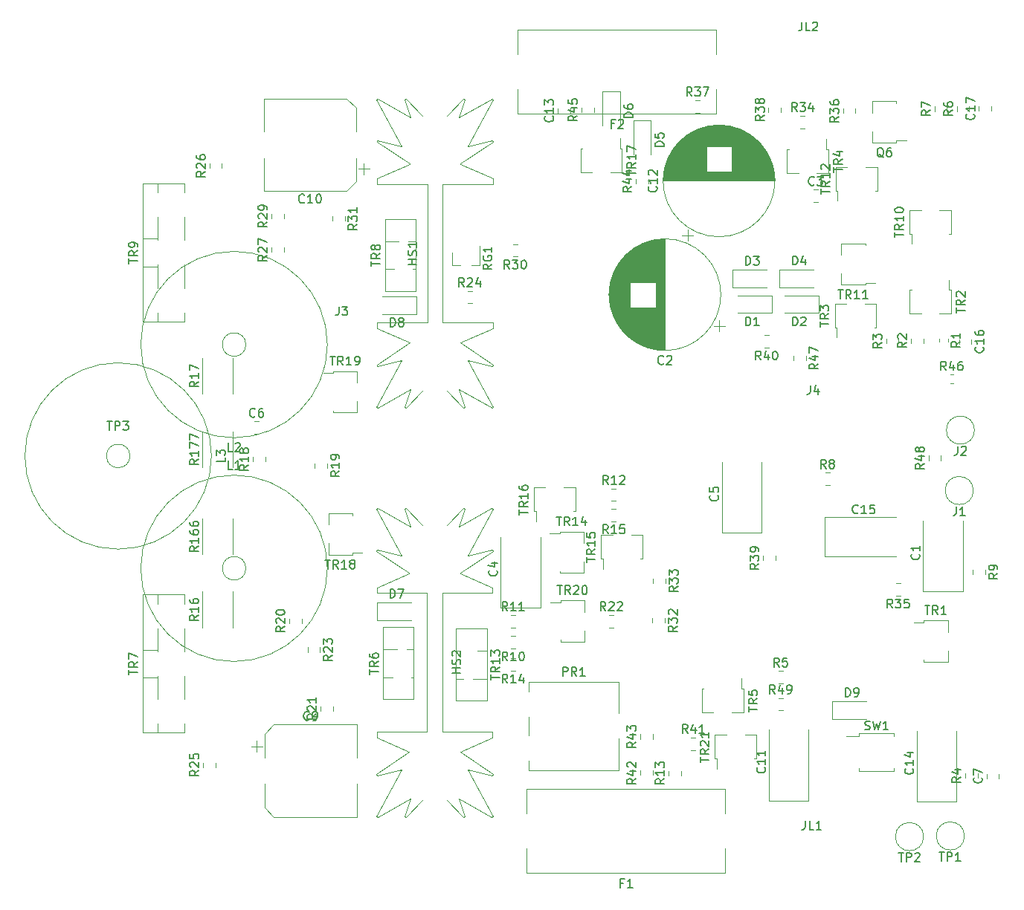
<source format=gbr>
%TF.GenerationSoftware,KiCad,Pcbnew,5.1.6-c6e7f7d~87~ubuntu18.04.1*%
%TF.CreationDate,2021-10-28T16:13:36+13:00*%
%TF.ProjectId,Trimodal SMD Sep20,5472696d-6f64-4616-9c20-534d44205365,rev?*%
%TF.SameCoordinates,Original*%
%TF.FileFunction,Legend,Top*%
%TF.FilePolarity,Positive*%
%FSLAX46Y46*%
G04 Gerber Fmt 4.6, Leading zero omitted, Abs format (unit mm)*
G04 Created by KiCad (PCBNEW 5.1.6-c6e7f7d~87~ubuntu18.04.1) date 2021-10-28 16:13:36*
%MOMM*%
%LPD*%
G01*
G04 APERTURE LIST*
%ADD10C,0.120000*%
%ADD11C,0.150000*%
G04 APERTURE END LIST*
D10*
%TO.C,C1*%
X163144800Y-94560100D02*
X163144800Y-102620100D01*
X163144800Y-102620100D02*
X167664800Y-102620100D01*
X167664800Y-102620100D02*
X167664800Y-94560100D01*
%TO.C,C2*%
X139937682Y-73008600D02*
X139937682Y-71758600D01*
X140562682Y-72383600D02*
X139312682Y-72383600D01*
X127384600Y-69125600D02*
X127384600Y-68491600D01*
X127424600Y-69565600D02*
X127424600Y-68051600D01*
X127464600Y-69836600D02*
X127464600Y-67780600D01*
X127504600Y-70049600D02*
X127504600Y-67567600D01*
X127544600Y-70230600D02*
X127544600Y-67386600D01*
X127584600Y-70391600D02*
X127584600Y-67225600D01*
X127624600Y-70536600D02*
X127624600Y-67080600D01*
X127664600Y-70669600D02*
X127664600Y-66947600D01*
X127704600Y-70792600D02*
X127704600Y-66824600D01*
X127744600Y-70908600D02*
X127744600Y-66708600D01*
X127784600Y-71017600D02*
X127784600Y-66599600D01*
X127824600Y-71120600D02*
X127824600Y-66496600D01*
X127864600Y-71218600D02*
X127864600Y-66398600D01*
X127904600Y-71312600D02*
X127904600Y-66304600D01*
X127944600Y-71402600D02*
X127944600Y-66214600D01*
X127984600Y-71489600D02*
X127984600Y-66127600D01*
X128024600Y-71572600D02*
X128024600Y-66044600D01*
X128064600Y-71652600D02*
X128064600Y-65964600D01*
X128104600Y-71729600D02*
X128104600Y-65887600D01*
X128144600Y-71804600D02*
X128144600Y-65812600D01*
X128184600Y-71877600D02*
X128184600Y-65739600D01*
X128224600Y-71948600D02*
X128224600Y-65668600D01*
X128264600Y-72016600D02*
X128264600Y-65600600D01*
X128304600Y-72083600D02*
X128304600Y-65533600D01*
X128344600Y-72147600D02*
X128344600Y-65469600D01*
X128384600Y-72210600D02*
X128384600Y-65406600D01*
X128424600Y-72272600D02*
X128424600Y-65344600D01*
X128464600Y-72332600D02*
X128464600Y-65284600D01*
X128504600Y-72391600D02*
X128504600Y-65225600D01*
X128544600Y-72448600D02*
X128544600Y-65168600D01*
X128584600Y-72504600D02*
X128584600Y-65112600D01*
X128624600Y-72558600D02*
X128624600Y-65058600D01*
X128664600Y-72612600D02*
X128664600Y-65004600D01*
X128704600Y-72664600D02*
X128704600Y-64952600D01*
X128744600Y-72715600D02*
X128744600Y-64901600D01*
X128784600Y-72765600D02*
X128784600Y-64851600D01*
X128824600Y-72815600D02*
X128824600Y-64801600D01*
X128864600Y-72863600D02*
X128864600Y-64753600D01*
X128904600Y-72910600D02*
X128904600Y-64706600D01*
X128944600Y-72956600D02*
X128944600Y-64660600D01*
X128984600Y-73002600D02*
X128984600Y-64614600D01*
X129024600Y-73046600D02*
X129024600Y-64570600D01*
X129064600Y-73090600D02*
X129064600Y-64526600D01*
X129104600Y-73133600D02*
X129104600Y-64483600D01*
X129144600Y-73175600D02*
X129144600Y-64441600D01*
X129184600Y-73216600D02*
X129184600Y-64400600D01*
X129224600Y-73257600D02*
X129224600Y-64359600D01*
X129264600Y-73297600D02*
X129264600Y-64319600D01*
X129304600Y-73336600D02*
X129304600Y-64280600D01*
X129344600Y-73375600D02*
X129344600Y-64241600D01*
X129384600Y-73413600D02*
X129384600Y-64203600D01*
X129424600Y-73450600D02*
X129424600Y-64166600D01*
X129464600Y-73486600D02*
X129464600Y-64130600D01*
X129504600Y-73522600D02*
X129504600Y-64094600D01*
X129544600Y-73558600D02*
X129544600Y-64058600D01*
X129584600Y-73593600D02*
X129584600Y-64023600D01*
X129624600Y-73627600D02*
X129624600Y-63989600D01*
X129664600Y-73660600D02*
X129664600Y-63956600D01*
X129704600Y-73693600D02*
X129704600Y-63923600D01*
X129744600Y-73726600D02*
X129744600Y-63890600D01*
X129784600Y-73758600D02*
X129784600Y-63858600D01*
X129824600Y-67368600D02*
X129824600Y-63826600D01*
X129824600Y-73790600D02*
X129824600Y-70248600D01*
X129864600Y-67368600D02*
X129864600Y-63796600D01*
X129864600Y-73820600D02*
X129864600Y-70248600D01*
X129904600Y-67368600D02*
X129904600Y-63765600D01*
X129904600Y-73851600D02*
X129904600Y-70248600D01*
X129944600Y-67368600D02*
X129944600Y-63735600D01*
X129944600Y-73881600D02*
X129944600Y-70248600D01*
X129984600Y-67368600D02*
X129984600Y-63706600D01*
X129984600Y-73910600D02*
X129984600Y-70248600D01*
X130024600Y-67368600D02*
X130024600Y-63677600D01*
X130024600Y-73939600D02*
X130024600Y-70248600D01*
X130064600Y-67368600D02*
X130064600Y-63648600D01*
X130064600Y-73968600D02*
X130064600Y-70248600D01*
X130104600Y-67368600D02*
X130104600Y-63620600D01*
X130104600Y-73996600D02*
X130104600Y-70248600D01*
X130144600Y-67368600D02*
X130144600Y-63592600D01*
X130144600Y-74024600D02*
X130144600Y-70248600D01*
X130184600Y-67368600D02*
X130184600Y-63565600D01*
X130184600Y-74051600D02*
X130184600Y-70248600D01*
X130224600Y-67368600D02*
X130224600Y-63538600D01*
X130224600Y-74078600D02*
X130224600Y-70248600D01*
X130264600Y-67368600D02*
X130264600Y-63512600D01*
X130264600Y-74104600D02*
X130264600Y-70248600D01*
X130304600Y-67368600D02*
X130304600Y-63486600D01*
X130304600Y-74130600D02*
X130304600Y-70248600D01*
X130344600Y-67368600D02*
X130344600Y-63461600D01*
X130344600Y-74155600D02*
X130344600Y-70248600D01*
X130384600Y-67368600D02*
X130384600Y-63436600D01*
X130384600Y-74180600D02*
X130384600Y-70248600D01*
X130424600Y-67368600D02*
X130424600Y-63411600D01*
X130424600Y-74205600D02*
X130424600Y-70248600D01*
X130464600Y-67368600D02*
X130464600Y-63387600D01*
X130464600Y-74229600D02*
X130464600Y-70248600D01*
X130504600Y-67368600D02*
X130504600Y-63363600D01*
X130504600Y-74253600D02*
X130504600Y-70248600D01*
X130544600Y-67368600D02*
X130544600Y-63340600D01*
X130544600Y-74276600D02*
X130544600Y-70248600D01*
X130584600Y-67368600D02*
X130584600Y-63317600D01*
X130584600Y-74299600D02*
X130584600Y-70248600D01*
X130624600Y-67368600D02*
X130624600Y-63294600D01*
X130624600Y-74322600D02*
X130624600Y-70248600D01*
X130664600Y-67368600D02*
X130664600Y-63272600D01*
X130664600Y-74344600D02*
X130664600Y-70248600D01*
X130704600Y-67368600D02*
X130704600Y-63250600D01*
X130704600Y-74366600D02*
X130704600Y-70248600D01*
X130744600Y-67368600D02*
X130744600Y-63228600D01*
X130744600Y-74388600D02*
X130744600Y-70248600D01*
X130784600Y-67368600D02*
X130784600Y-63207600D01*
X130784600Y-74409600D02*
X130784600Y-70248600D01*
X130824600Y-67368600D02*
X130824600Y-63186600D01*
X130824600Y-74430600D02*
X130824600Y-70248600D01*
X130864600Y-67368600D02*
X130864600Y-63166600D01*
X130864600Y-74450600D02*
X130864600Y-70248600D01*
X130904600Y-67368600D02*
X130904600Y-63146600D01*
X130904600Y-74470600D02*
X130904600Y-70248600D01*
X130944600Y-67368600D02*
X130944600Y-63126600D01*
X130944600Y-74490600D02*
X130944600Y-70248600D01*
X130984600Y-67368600D02*
X130984600Y-63106600D01*
X130984600Y-74510600D02*
X130984600Y-70248600D01*
X131024600Y-67368600D02*
X131024600Y-63087600D01*
X131024600Y-74529600D02*
X131024600Y-70248600D01*
X131064600Y-67368600D02*
X131064600Y-63069600D01*
X131064600Y-74547600D02*
X131064600Y-70248600D01*
X131104600Y-67368600D02*
X131104600Y-63050600D01*
X131104600Y-74566600D02*
X131104600Y-70248600D01*
X131144600Y-67368600D02*
X131144600Y-63032600D01*
X131144600Y-74584600D02*
X131144600Y-70248600D01*
X131184600Y-67368600D02*
X131184600Y-63015600D01*
X131184600Y-74601600D02*
X131184600Y-70248600D01*
X131224600Y-67368600D02*
X131224600Y-62997600D01*
X131224600Y-74619600D02*
X131224600Y-70248600D01*
X131264600Y-67368600D02*
X131264600Y-62980600D01*
X131264600Y-74636600D02*
X131264600Y-70248600D01*
X131304600Y-67368600D02*
X131304600Y-62963600D01*
X131304600Y-74653600D02*
X131304600Y-70248600D01*
X131344600Y-67368600D02*
X131344600Y-62947600D01*
X131344600Y-74669600D02*
X131344600Y-70248600D01*
X131384600Y-67368600D02*
X131384600Y-62931600D01*
X131384600Y-74685600D02*
X131384600Y-70248600D01*
X131424600Y-67368600D02*
X131424600Y-62915600D01*
X131424600Y-74701600D02*
X131424600Y-70248600D01*
X131464600Y-67368600D02*
X131464600Y-62900600D01*
X131464600Y-74716600D02*
X131464600Y-70248600D01*
X131504600Y-67368600D02*
X131504600Y-62884600D01*
X131504600Y-74732600D02*
X131504600Y-70248600D01*
X131544600Y-67368600D02*
X131544600Y-62869600D01*
X131544600Y-74747600D02*
X131544600Y-70248600D01*
X131584600Y-67368600D02*
X131584600Y-62855600D01*
X131584600Y-74761600D02*
X131584600Y-70248600D01*
X131624600Y-67368600D02*
X131624600Y-62841600D01*
X131624600Y-74775600D02*
X131624600Y-70248600D01*
X131664600Y-67368600D02*
X131664600Y-62827600D01*
X131664600Y-74789600D02*
X131664600Y-70248600D01*
X131704600Y-67368600D02*
X131704600Y-62813600D01*
X131704600Y-74803600D02*
X131704600Y-70248600D01*
X131744600Y-67368600D02*
X131744600Y-62800600D01*
X131744600Y-74816600D02*
X131744600Y-70248600D01*
X131784600Y-67368600D02*
X131784600Y-62787600D01*
X131784600Y-74829600D02*
X131784600Y-70248600D01*
X131824600Y-67368600D02*
X131824600Y-62774600D01*
X131824600Y-74842600D02*
X131824600Y-70248600D01*
X131864600Y-67368600D02*
X131864600Y-62761600D01*
X131864600Y-74855600D02*
X131864600Y-70248600D01*
X131904600Y-67368600D02*
X131904600Y-62749600D01*
X131904600Y-74867600D02*
X131904600Y-70248600D01*
X131944600Y-67368600D02*
X131944600Y-62737600D01*
X131944600Y-74879600D02*
X131944600Y-70248600D01*
X131984600Y-67368600D02*
X131984600Y-62725600D01*
X131984600Y-74891600D02*
X131984600Y-70248600D01*
X132024600Y-67368600D02*
X132024600Y-62714600D01*
X132024600Y-74902600D02*
X132024600Y-70248600D01*
X132064600Y-67368600D02*
X132064600Y-62703600D01*
X132064600Y-74913600D02*
X132064600Y-70248600D01*
X132104600Y-67368600D02*
X132104600Y-62692600D01*
X132104600Y-74924600D02*
X132104600Y-70248600D01*
X132144600Y-67368600D02*
X132144600Y-62682600D01*
X132144600Y-74934600D02*
X132144600Y-70248600D01*
X132184600Y-67368600D02*
X132184600Y-62671600D01*
X132184600Y-74945600D02*
X132184600Y-70248600D01*
X132224600Y-67368600D02*
X132224600Y-62662600D01*
X132224600Y-74954600D02*
X132224600Y-70248600D01*
X132264600Y-67368600D02*
X132264600Y-62652600D01*
X132264600Y-74964600D02*
X132264600Y-70248600D01*
X132304600Y-67368600D02*
X132304600Y-62642600D01*
X132304600Y-74974600D02*
X132304600Y-70248600D01*
X132344600Y-67368600D02*
X132344600Y-62633600D01*
X132344600Y-74983600D02*
X132344600Y-70248600D01*
X132384600Y-67368600D02*
X132384600Y-62624600D01*
X132384600Y-74992600D02*
X132384600Y-70248600D01*
X132424600Y-67368600D02*
X132424600Y-62616600D01*
X132424600Y-75000600D02*
X132424600Y-70248600D01*
X132464600Y-67368600D02*
X132464600Y-62607600D01*
X132464600Y-75009600D02*
X132464600Y-70248600D01*
X132504600Y-67368600D02*
X132504600Y-62599600D01*
X132504600Y-75017600D02*
X132504600Y-70248600D01*
X132544600Y-67368600D02*
X132544600Y-62592600D01*
X132544600Y-75024600D02*
X132544600Y-70248600D01*
X132584600Y-67368600D02*
X132584600Y-62584600D01*
X132584600Y-75032600D02*
X132584600Y-70248600D01*
X132624600Y-67368600D02*
X132624600Y-62577600D01*
X132624600Y-75039600D02*
X132624600Y-70248600D01*
X132664600Y-67368600D02*
X132664600Y-62570600D01*
X132664600Y-75046600D02*
X132664600Y-70248600D01*
X132704600Y-75053600D02*
X132704600Y-62563600D01*
X132744600Y-75060600D02*
X132744600Y-62556600D01*
X132784600Y-75066600D02*
X132784600Y-62550600D01*
X132824600Y-75072600D02*
X132824600Y-62544600D01*
X132864600Y-75077600D02*
X132864600Y-62539600D01*
X132904600Y-75083600D02*
X132904600Y-62533600D01*
X132944600Y-75088600D02*
X132944600Y-62528600D01*
X132984600Y-75093600D02*
X132984600Y-62523600D01*
X133024600Y-75098600D02*
X133024600Y-62518600D01*
X133065600Y-75102600D02*
X133065600Y-62514600D01*
X133105600Y-75106600D02*
X133105600Y-62510600D01*
X133145600Y-75110600D02*
X133145600Y-62506600D01*
X133185600Y-75114600D02*
X133185600Y-62502600D01*
X133225600Y-75117600D02*
X133225600Y-62499600D01*
X133265600Y-75120600D02*
X133265600Y-62496600D01*
X133305600Y-75123600D02*
X133305600Y-62493600D01*
X133345600Y-75126600D02*
X133345600Y-62490600D01*
X133385600Y-75128600D02*
X133385600Y-62488600D01*
X133425600Y-75130600D02*
X133425600Y-62486600D01*
X133465600Y-75132600D02*
X133465600Y-62484600D01*
X133505600Y-75134600D02*
X133505600Y-62482600D01*
X133545600Y-75135600D02*
X133545600Y-62481600D01*
X133585600Y-75136600D02*
X133585600Y-62480600D01*
X133625600Y-75137600D02*
X133625600Y-62479600D01*
X133665600Y-75138600D02*
X133665600Y-62478600D01*
X133705600Y-75138600D02*
X133705600Y-62478600D01*
X133745600Y-75138600D02*
X133745600Y-62478600D01*
X140115600Y-68808600D02*
G75*
G03*
X140115600Y-68808600I-6370000J0D01*
G01*
%TO.C,C3*%
X150645122Y-56846400D02*
X151162278Y-56846400D01*
X150645122Y-58266400D02*
X151162278Y-58266400D01*
%TO.C,C4*%
X115062600Y-96426000D02*
X115062600Y-104486000D01*
X115062600Y-104486000D02*
X119582600Y-104486000D01*
X119582600Y-104486000D02*
X119582600Y-96426000D01*
%TO.C,C5*%
X144754000Y-95937900D02*
X144754000Y-87877900D01*
X140234000Y-95937900D02*
X144754000Y-95937900D01*
X140234000Y-87877900D02*
X140234000Y-95937900D01*
%TO.C,C6*%
X86992722Y-83262400D02*
X87509878Y-83262400D01*
X86992722Y-84682400D02*
X87509878Y-84682400D01*
%TO.C,C7*%
X170359000Y-123928878D02*
X170359000Y-123411722D01*
X171779000Y-123928878D02*
X171779000Y-123411722D01*
%TO.C,C9*%
X87284000Y-119678000D02*
X87284000Y-120928000D01*
X86659000Y-120303000D02*
X87909000Y-120303000D01*
X88149000Y-127258563D02*
X89213437Y-128323000D01*
X88149000Y-118867437D02*
X89213437Y-117803000D01*
X88149000Y-118867437D02*
X88149000Y-121553000D01*
X88149000Y-127258563D02*
X88149000Y-124573000D01*
X89213437Y-128323000D02*
X98669000Y-128323000D01*
X89213437Y-117803000D02*
X98669000Y-117803000D01*
X98669000Y-117803000D02*
X98669000Y-121553000D01*
X98669000Y-128323000D02*
X98669000Y-124573000D01*
%TO.C,C10*%
X88072800Y-46454400D02*
X88072800Y-50204400D01*
X88072800Y-56974400D02*
X88072800Y-53224400D01*
X97528363Y-56974400D02*
X88072800Y-56974400D01*
X97528363Y-46454400D02*
X88072800Y-46454400D01*
X98592800Y-47518837D02*
X98592800Y-50204400D01*
X98592800Y-55909963D02*
X98592800Y-53224400D01*
X98592800Y-55909963D02*
X97528363Y-56974400D01*
X98592800Y-47518837D02*
X97528363Y-46454400D01*
X100082800Y-54474400D02*
X98832800Y-54474400D01*
X99457800Y-55099400D02*
X99457800Y-53849400D01*
%TO.C,C11*%
X150113400Y-126470700D02*
X150113400Y-118410700D01*
X145593400Y-126470700D02*
X150113400Y-126470700D01*
X145593400Y-118410700D02*
X145593400Y-126470700D01*
%TO.C,C12*%
X146273200Y-55840000D02*
G75*
G03*
X146273200Y-55840000I-6370000J0D01*
G01*
X133573200Y-55840000D02*
X146233200Y-55840000D01*
X133573200Y-55800000D02*
X146233200Y-55800000D01*
X133573200Y-55760000D02*
X146233200Y-55760000D01*
X133574200Y-55720000D02*
X146232200Y-55720000D01*
X133575200Y-55680000D02*
X146231200Y-55680000D01*
X133576200Y-55640000D02*
X146230200Y-55640000D01*
X133577200Y-55600000D02*
X146229200Y-55600000D01*
X133579200Y-55560000D02*
X146227200Y-55560000D01*
X133581200Y-55520000D02*
X146225200Y-55520000D01*
X133583200Y-55480000D02*
X146223200Y-55480000D01*
X133585200Y-55440000D02*
X146221200Y-55440000D01*
X133588200Y-55400000D02*
X146218200Y-55400000D01*
X133591200Y-55360000D02*
X146215200Y-55360000D01*
X133594200Y-55320000D02*
X146212200Y-55320000D01*
X133597200Y-55280000D02*
X146209200Y-55280000D01*
X133601200Y-55240000D02*
X146205200Y-55240000D01*
X133605200Y-55200000D02*
X146201200Y-55200000D01*
X133609200Y-55160000D02*
X146197200Y-55160000D01*
X133613200Y-55119000D02*
X146193200Y-55119000D01*
X133618200Y-55079000D02*
X146188200Y-55079000D01*
X133623200Y-55039000D02*
X146183200Y-55039000D01*
X133628200Y-54999000D02*
X146178200Y-54999000D01*
X133634200Y-54959000D02*
X146172200Y-54959000D01*
X133639200Y-54919000D02*
X146167200Y-54919000D01*
X133645200Y-54879000D02*
X146161200Y-54879000D01*
X133651200Y-54839000D02*
X146155200Y-54839000D01*
X133658200Y-54799000D02*
X146148200Y-54799000D01*
X133665200Y-54759000D02*
X138463200Y-54759000D01*
X141343200Y-54759000D02*
X146141200Y-54759000D01*
X133672200Y-54719000D02*
X138463200Y-54719000D01*
X141343200Y-54719000D02*
X146134200Y-54719000D01*
X133679200Y-54679000D02*
X138463200Y-54679000D01*
X141343200Y-54679000D02*
X146127200Y-54679000D01*
X133687200Y-54639000D02*
X138463200Y-54639000D01*
X141343200Y-54639000D02*
X146119200Y-54639000D01*
X133694200Y-54599000D02*
X138463200Y-54599000D01*
X141343200Y-54599000D02*
X146112200Y-54599000D01*
X133702200Y-54559000D02*
X138463200Y-54559000D01*
X141343200Y-54559000D02*
X146104200Y-54559000D01*
X133711200Y-54519000D02*
X138463200Y-54519000D01*
X141343200Y-54519000D02*
X146095200Y-54519000D01*
X133719200Y-54479000D02*
X138463200Y-54479000D01*
X141343200Y-54479000D02*
X146087200Y-54479000D01*
X133728200Y-54439000D02*
X138463200Y-54439000D01*
X141343200Y-54439000D02*
X146078200Y-54439000D01*
X133737200Y-54399000D02*
X138463200Y-54399000D01*
X141343200Y-54399000D02*
X146069200Y-54399000D01*
X133747200Y-54359000D02*
X138463200Y-54359000D01*
X141343200Y-54359000D02*
X146059200Y-54359000D01*
X133757200Y-54319000D02*
X138463200Y-54319000D01*
X141343200Y-54319000D02*
X146049200Y-54319000D01*
X133766200Y-54279000D02*
X138463200Y-54279000D01*
X141343200Y-54279000D02*
X146040200Y-54279000D01*
X133777200Y-54239000D02*
X138463200Y-54239000D01*
X141343200Y-54239000D02*
X146029200Y-54239000D01*
X133787200Y-54199000D02*
X138463200Y-54199000D01*
X141343200Y-54199000D02*
X146019200Y-54199000D01*
X133798200Y-54159000D02*
X138463200Y-54159000D01*
X141343200Y-54159000D02*
X146008200Y-54159000D01*
X133809200Y-54119000D02*
X138463200Y-54119000D01*
X141343200Y-54119000D02*
X145997200Y-54119000D01*
X133820200Y-54079000D02*
X138463200Y-54079000D01*
X141343200Y-54079000D02*
X145986200Y-54079000D01*
X133832200Y-54039000D02*
X138463200Y-54039000D01*
X141343200Y-54039000D02*
X145974200Y-54039000D01*
X133844200Y-53999000D02*
X138463200Y-53999000D01*
X141343200Y-53999000D02*
X145962200Y-53999000D01*
X133856200Y-53959000D02*
X138463200Y-53959000D01*
X141343200Y-53959000D02*
X145950200Y-53959000D01*
X133869200Y-53919000D02*
X138463200Y-53919000D01*
X141343200Y-53919000D02*
X145937200Y-53919000D01*
X133882200Y-53879000D02*
X138463200Y-53879000D01*
X141343200Y-53879000D02*
X145924200Y-53879000D01*
X133895200Y-53839000D02*
X138463200Y-53839000D01*
X141343200Y-53839000D02*
X145911200Y-53839000D01*
X133908200Y-53799000D02*
X138463200Y-53799000D01*
X141343200Y-53799000D02*
X145898200Y-53799000D01*
X133922200Y-53759000D02*
X138463200Y-53759000D01*
X141343200Y-53759000D02*
X145884200Y-53759000D01*
X133936200Y-53719000D02*
X138463200Y-53719000D01*
X141343200Y-53719000D02*
X145870200Y-53719000D01*
X133950200Y-53679000D02*
X138463200Y-53679000D01*
X141343200Y-53679000D02*
X145856200Y-53679000D01*
X133964200Y-53639000D02*
X138463200Y-53639000D01*
X141343200Y-53639000D02*
X145842200Y-53639000D01*
X133979200Y-53599000D02*
X138463200Y-53599000D01*
X141343200Y-53599000D02*
X145827200Y-53599000D01*
X133995200Y-53559000D02*
X138463200Y-53559000D01*
X141343200Y-53559000D02*
X145811200Y-53559000D01*
X134010200Y-53519000D02*
X138463200Y-53519000D01*
X141343200Y-53519000D02*
X145796200Y-53519000D01*
X134026200Y-53479000D02*
X138463200Y-53479000D01*
X141343200Y-53479000D02*
X145780200Y-53479000D01*
X134042200Y-53439000D02*
X138463200Y-53439000D01*
X141343200Y-53439000D02*
X145764200Y-53439000D01*
X134058200Y-53399000D02*
X138463200Y-53399000D01*
X141343200Y-53399000D02*
X145748200Y-53399000D01*
X134075200Y-53359000D02*
X138463200Y-53359000D01*
X141343200Y-53359000D02*
X145731200Y-53359000D01*
X134092200Y-53319000D02*
X138463200Y-53319000D01*
X141343200Y-53319000D02*
X145714200Y-53319000D01*
X134110200Y-53279000D02*
X138463200Y-53279000D01*
X141343200Y-53279000D02*
X145696200Y-53279000D01*
X134127200Y-53239000D02*
X138463200Y-53239000D01*
X141343200Y-53239000D02*
X145679200Y-53239000D01*
X134145200Y-53199000D02*
X138463200Y-53199000D01*
X141343200Y-53199000D02*
X145661200Y-53199000D01*
X134164200Y-53159000D02*
X138463200Y-53159000D01*
X141343200Y-53159000D02*
X145642200Y-53159000D01*
X134182200Y-53119000D02*
X138463200Y-53119000D01*
X141343200Y-53119000D02*
X145624200Y-53119000D01*
X134201200Y-53079000D02*
X138463200Y-53079000D01*
X141343200Y-53079000D02*
X145605200Y-53079000D01*
X134221200Y-53039000D02*
X138463200Y-53039000D01*
X141343200Y-53039000D02*
X145585200Y-53039000D01*
X134241200Y-52999000D02*
X138463200Y-52999000D01*
X141343200Y-52999000D02*
X145565200Y-52999000D01*
X134261200Y-52959000D02*
X138463200Y-52959000D01*
X141343200Y-52959000D02*
X145545200Y-52959000D01*
X134281200Y-52919000D02*
X138463200Y-52919000D01*
X141343200Y-52919000D02*
X145525200Y-52919000D01*
X134302200Y-52879000D02*
X138463200Y-52879000D01*
X141343200Y-52879000D02*
X145504200Y-52879000D01*
X134323200Y-52839000D02*
X138463200Y-52839000D01*
X141343200Y-52839000D02*
X145483200Y-52839000D01*
X134345200Y-52799000D02*
X138463200Y-52799000D01*
X141343200Y-52799000D02*
X145461200Y-52799000D01*
X134367200Y-52759000D02*
X138463200Y-52759000D01*
X141343200Y-52759000D02*
X145439200Y-52759000D01*
X134389200Y-52719000D02*
X138463200Y-52719000D01*
X141343200Y-52719000D02*
X145417200Y-52719000D01*
X134412200Y-52679000D02*
X138463200Y-52679000D01*
X141343200Y-52679000D02*
X145394200Y-52679000D01*
X134435200Y-52639000D02*
X138463200Y-52639000D01*
X141343200Y-52639000D02*
X145371200Y-52639000D01*
X134458200Y-52599000D02*
X138463200Y-52599000D01*
X141343200Y-52599000D02*
X145348200Y-52599000D01*
X134482200Y-52559000D02*
X138463200Y-52559000D01*
X141343200Y-52559000D02*
X145324200Y-52559000D01*
X134506200Y-52519000D02*
X138463200Y-52519000D01*
X141343200Y-52519000D02*
X145300200Y-52519000D01*
X134531200Y-52479000D02*
X138463200Y-52479000D01*
X141343200Y-52479000D02*
X145275200Y-52479000D01*
X134556200Y-52439000D02*
X138463200Y-52439000D01*
X141343200Y-52439000D02*
X145250200Y-52439000D01*
X134581200Y-52399000D02*
X138463200Y-52399000D01*
X141343200Y-52399000D02*
X145225200Y-52399000D01*
X134607200Y-52359000D02*
X138463200Y-52359000D01*
X141343200Y-52359000D02*
X145199200Y-52359000D01*
X134633200Y-52319000D02*
X138463200Y-52319000D01*
X141343200Y-52319000D02*
X145173200Y-52319000D01*
X134660200Y-52279000D02*
X138463200Y-52279000D01*
X141343200Y-52279000D02*
X145146200Y-52279000D01*
X134687200Y-52239000D02*
X138463200Y-52239000D01*
X141343200Y-52239000D02*
X145119200Y-52239000D01*
X134715200Y-52199000D02*
X138463200Y-52199000D01*
X141343200Y-52199000D02*
X145091200Y-52199000D01*
X134743200Y-52159000D02*
X138463200Y-52159000D01*
X141343200Y-52159000D02*
X145063200Y-52159000D01*
X134772200Y-52119000D02*
X138463200Y-52119000D01*
X141343200Y-52119000D02*
X145034200Y-52119000D01*
X134801200Y-52079000D02*
X138463200Y-52079000D01*
X141343200Y-52079000D02*
X145005200Y-52079000D01*
X134830200Y-52039000D02*
X138463200Y-52039000D01*
X141343200Y-52039000D02*
X144976200Y-52039000D01*
X134860200Y-51999000D02*
X138463200Y-51999000D01*
X141343200Y-51999000D02*
X144946200Y-51999000D01*
X134891200Y-51959000D02*
X138463200Y-51959000D01*
X141343200Y-51959000D02*
X144915200Y-51959000D01*
X134921200Y-51919000D02*
X138463200Y-51919000D01*
X141343200Y-51919000D02*
X144885200Y-51919000D01*
X134953200Y-51879000D02*
X144853200Y-51879000D01*
X134985200Y-51839000D02*
X144821200Y-51839000D01*
X135018200Y-51799000D02*
X144788200Y-51799000D01*
X135051200Y-51759000D02*
X144755200Y-51759000D01*
X135084200Y-51719000D02*
X144722200Y-51719000D01*
X135118200Y-51679000D02*
X144688200Y-51679000D01*
X135153200Y-51639000D02*
X144653200Y-51639000D01*
X135189200Y-51599000D02*
X144617200Y-51599000D01*
X135225200Y-51559000D02*
X144581200Y-51559000D01*
X135261200Y-51519000D02*
X144545200Y-51519000D01*
X135298200Y-51479000D02*
X144508200Y-51479000D01*
X135336200Y-51439000D02*
X144470200Y-51439000D01*
X135375200Y-51399000D02*
X144431200Y-51399000D01*
X135414200Y-51359000D02*
X144392200Y-51359000D01*
X135454200Y-51319000D02*
X144352200Y-51319000D01*
X135495200Y-51279000D02*
X144311200Y-51279000D01*
X135536200Y-51239000D02*
X144270200Y-51239000D01*
X135578200Y-51199000D02*
X144228200Y-51199000D01*
X135621200Y-51159000D02*
X144185200Y-51159000D01*
X135665200Y-51119000D02*
X144141200Y-51119000D01*
X135709200Y-51079000D02*
X144097200Y-51079000D01*
X135755200Y-51039000D02*
X144051200Y-51039000D01*
X135801200Y-50999000D02*
X144005200Y-50999000D01*
X135848200Y-50959000D02*
X143958200Y-50959000D01*
X135896200Y-50919000D02*
X143910200Y-50919000D01*
X135946200Y-50879000D02*
X143860200Y-50879000D01*
X135996200Y-50839000D02*
X143810200Y-50839000D01*
X136047200Y-50799000D02*
X143759200Y-50799000D01*
X136099200Y-50759000D02*
X143707200Y-50759000D01*
X136153200Y-50719000D02*
X143653200Y-50719000D01*
X136207200Y-50679000D02*
X143599200Y-50679000D01*
X136263200Y-50639000D02*
X143543200Y-50639000D01*
X136320200Y-50599000D02*
X143486200Y-50599000D01*
X136379200Y-50559000D02*
X143427200Y-50559000D01*
X136439200Y-50519000D02*
X143367200Y-50519000D01*
X136501200Y-50479000D02*
X143305200Y-50479000D01*
X136564200Y-50439000D02*
X143242200Y-50439000D01*
X136628200Y-50399000D02*
X143178200Y-50399000D01*
X136695200Y-50359000D02*
X143111200Y-50359000D01*
X136763200Y-50319000D02*
X143043200Y-50319000D01*
X136834200Y-50279000D02*
X142972200Y-50279000D01*
X136907200Y-50239000D02*
X142899200Y-50239000D01*
X136982200Y-50199000D02*
X142824200Y-50199000D01*
X137059200Y-50159000D02*
X142747200Y-50159000D01*
X137139200Y-50119000D02*
X142667200Y-50119000D01*
X137222200Y-50079000D02*
X142584200Y-50079000D01*
X137309200Y-50039000D02*
X142497200Y-50039000D01*
X137399200Y-49999000D02*
X142407200Y-49999000D01*
X137493200Y-49959000D02*
X142313200Y-49959000D01*
X137591200Y-49919000D02*
X142215200Y-49919000D01*
X137694200Y-49879000D02*
X142112200Y-49879000D01*
X137803200Y-49839000D02*
X142003200Y-49839000D01*
X137919200Y-49799000D02*
X141887200Y-49799000D01*
X138042200Y-49759000D02*
X141764200Y-49759000D01*
X138175200Y-49719000D02*
X141631200Y-49719000D01*
X138320200Y-49679000D02*
X141486200Y-49679000D01*
X138481200Y-49639000D02*
X141325200Y-49639000D01*
X138662200Y-49599000D02*
X141144200Y-49599000D01*
X138875200Y-49559000D02*
X140931200Y-49559000D01*
X139146200Y-49519000D02*
X140660200Y-49519000D01*
X139586200Y-49479000D02*
X140220200Y-49479000D01*
X136328200Y-62657082D02*
X136328200Y-61407082D01*
X135703200Y-62032082D02*
X136953200Y-62032082D01*
%TO.C,C13*%
X122960200Y-48089078D02*
X122960200Y-47571922D01*
X121540200Y-48089078D02*
X121540200Y-47571922D01*
%TO.C,C14*%
X162433600Y-118537700D02*
X162433600Y-126597700D01*
X162433600Y-126597700D02*
X166953600Y-126597700D01*
X166953600Y-126597700D02*
X166953600Y-118537700D01*
%TO.C,C15*%
X151966100Y-98678400D02*
X160026100Y-98678400D01*
X151966100Y-94158400D02*
X151966100Y-98678400D01*
X160026100Y-94158400D02*
X151966100Y-94158400D01*
%TO.C,C16*%
X167234800Y-73886322D02*
X167234800Y-74403478D01*
X168654800Y-73886322D02*
X168654800Y-74403478D01*
%TO.C,C17*%
X170915400Y-47855878D02*
X170915400Y-47338722D01*
X169495400Y-47855878D02*
X169495400Y-47338722D01*
%TO.C,D1*%
X145911400Y-70900800D02*
X142011400Y-70900800D01*
X145911400Y-68900800D02*
X142011400Y-68900800D01*
X145911400Y-70900800D02*
X145911400Y-68900800D01*
%TO.C,D2*%
X151270800Y-70900800D02*
X147370800Y-70900800D01*
X151270800Y-68900800D02*
X147370800Y-68900800D01*
X151270800Y-70900800D02*
X151270800Y-68900800D01*
%TO.C,D3*%
X141413400Y-65979800D02*
X141413400Y-67979800D01*
X141413400Y-67979800D02*
X145313400Y-67979800D01*
X141413400Y-65979800D02*
X145313400Y-65979800D01*
%TO.C,D4*%
X146772800Y-65954400D02*
X146772800Y-67954400D01*
X146772800Y-67954400D02*
X150672800Y-67954400D01*
X146772800Y-65954400D02*
X150672800Y-65954400D01*
%TO.C,D5*%
X132165600Y-48930000D02*
X132165600Y-52830000D01*
X130165600Y-48930000D02*
X130165600Y-52830000D01*
X132165600Y-48930000D02*
X130165600Y-48930000D01*
%TO.C,D6*%
X128635000Y-45630000D02*
X128635000Y-49530000D01*
X126635000Y-45630000D02*
X126635000Y-49530000D01*
X128635000Y-45630000D02*
X126635000Y-45630000D01*
%TO.C,D7*%
X100951200Y-103902000D02*
X100951200Y-105902000D01*
X100951200Y-105902000D02*
X104851200Y-105902000D01*
X100951200Y-103902000D02*
X104851200Y-103902000D01*
%TO.C,D8*%
X105475600Y-71002400D02*
X105475600Y-69002400D01*
X105475600Y-69002400D02*
X101575600Y-69002400D01*
X105475600Y-71002400D02*
X101575600Y-71002400D01*
%TO.C,D9*%
X152790600Y-115179600D02*
X156690600Y-115179600D01*
X152790600Y-117179600D02*
X156690600Y-117179600D01*
X152790600Y-115179600D02*
X152790600Y-117179600D01*
%TO.C,F1*%
X140608400Y-125146400D02*
X140608400Y-127946400D01*
X140608400Y-125146400D02*
X118008400Y-125146400D01*
X140608400Y-134746400D02*
X118008400Y-134746400D01*
X140608400Y-131946400D02*
X140608400Y-134746400D01*
X118008400Y-131946400D02*
X118008400Y-134746400D01*
X118008400Y-125146400D02*
X118008400Y-127946400D01*
%TO.C,F2*%
X116967000Y-38583200D02*
X116967000Y-41383200D01*
X116967000Y-45383200D02*
X116967000Y-48183200D01*
X139567000Y-45383200D02*
X139567000Y-48183200D01*
X139567000Y-48183200D02*
X116967000Y-48183200D01*
X139567000Y-38583200D02*
X116967000Y-38583200D01*
X139567000Y-38583200D02*
X139567000Y-41383200D01*
%TO.C,HS1*%
X110433600Y-74274200D02*
X114153600Y-76774200D01*
X114153600Y-76774200D02*
X114093600Y-76954200D01*
X114093600Y-76954200D02*
X111293600Y-76294200D01*
X111293600Y-76294200D02*
X114173600Y-81594200D01*
X114053600Y-81714200D02*
X110283600Y-79564200D01*
X110963600Y-81614200D02*
X110813600Y-81704200D01*
X110283600Y-79564200D02*
X110963600Y-81614200D01*
X110813600Y-81704200D02*
X108923600Y-79744200D01*
X114173600Y-81594200D02*
X114053600Y-81714200D01*
X100943600Y-72654200D02*
X104653600Y-74264200D01*
X106693600Y-71984200D02*
X100943600Y-71984200D01*
X100943600Y-71984200D02*
X100943600Y-72654200D01*
X103793600Y-76294200D02*
X100913600Y-81594200D01*
X100933600Y-76774200D02*
X100993600Y-76954200D01*
X100993600Y-76954200D02*
X103793600Y-76294200D01*
X104653600Y-74274200D02*
X100933600Y-76774200D01*
X104273600Y-81704200D02*
X106163600Y-79744200D01*
X101033600Y-81714200D02*
X104803600Y-79564200D01*
X104123600Y-81614200D02*
X104273600Y-81704200D01*
X100913600Y-81594200D02*
X101033600Y-81714200D01*
X104803600Y-79564200D02*
X104123600Y-81614200D01*
X106693600Y-64084200D02*
X106693600Y-71984200D01*
X108393600Y-71984200D02*
X114143600Y-71984200D01*
X114143600Y-71984200D02*
X114143600Y-72654200D01*
X114143600Y-72654200D02*
X110433600Y-74264200D01*
X108393600Y-64084200D02*
X108393600Y-71984200D01*
X100993600Y-51214200D02*
X103793600Y-51874200D01*
X100933600Y-51394200D02*
X100993600Y-51214200D01*
X104653600Y-53894200D02*
X100933600Y-51394200D01*
X103793600Y-51874200D02*
X100913600Y-46574200D01*
X104273600Y-46464200D02*
X106163600Y-48424200D01*
X104803600Y-48604200D02*
X104123600Y-46554200D01*
X101033600Y-46454200D02*
X104803600Y-48604200D01*
X100913600Y-46574200D02*
X101033600Y-46454200D01*
X104123600Y-46554200D02*
X104273600Y-46464200D01*
X100943600Y-55514200D02*
X104653600Y-53904200D01*
X106693600Y-64084200D02*
X106693600Y-56184200D01*
X106693600Y-56184200D02*
X100943600Y-56184200D01*
X100943600Y-56184200D02*
X100943600Y-55514200D01*
X108393600Y-64084200D02*
X108393600Y-56184200D01*
X108393600Y-56184200D02*
X114143600Y-56184200D01*
X114143600Y-56184200D02*
X114143600Y-55514200D01*
X114143600Y-55514200D02*
X110433600Y-53904200D01*
X110433600Y-53894200D02*
X114153600Y-51394200D01*
X114153600Y-51394200D02*
X114093600Y-51214200D01*
X114093600Y-51214200D02*
X111293600Y-51874200D01*
X111293600Y-51874200D02*
X114173600Y-46574200D01*
X114173600Y-46574200D02*
X114053600Y-46454200D01*
X114053600Y-46454200D02*
X110283600Y-48604200D01*
X110283600Y-48604200D02*
X110963600Y-46554200D01*
X110963600Y-46554200D02*
X110813600Y-46464200D01*
X110813600Y-46464200D02*
X108923600Y-48424200D01*
%TO.C,HS2*%
X104260900Y-128351300D02*
X106150900Y-126391300D01*
X104110900Y-128261300D02*
X104260900Y-128351300D01*
X104790900Y-126211300D02*
X104110900Y-128261300D01*
X101020900Y-128361300D02*
X104790900Y-126211300D01*
X100900900Y-128241300D02*
X101020900Y-128361300D01*
X103780900Y-122941300D02*
X100900900Y-128241300D01*
X100980900Y-123601300D02*
X103780900Y-122941300D01*
X100920900Y-123421300D02*
X100980900Y-123601300D01*
X104640900Y-120921300D02*
X100920900Y-123421300D01*
X100930900Y-119301300D02*
X104640900Y-120911300D01*
X100930900Y-118631300D02*
X100930900Y-119301300D01*
X106680900Y-118631300D02*
X100930900Y-118631300D01*
X106680900Y-110731300D02*
X106680900Y-118631300D01*
X114130900Y-118631300D02*
X114130900Y-119301300D01*
X108380900Y-118631300D02*
X114130900Y-118631300D01*
X108380900Y-110731300D02*
X108380900Y-118631300D01*
X114130900Y-119301300D02*
X110420900Y-120911300D01*
X110950900Y-128261300D02*
X110800900Y-128351300D01*
X114160900Y-128241300D02*
X114040900Y-128361300D01*
X114040900Y-128361300D02*
X110270900Y-126211300D01*
X110270900Y-126211300D02*
X110950900Y-128261300D01*
X110800900Y-128351300D02*
X108910900Y-126391300D01*
X111280900Y-122941300D02*
X114160900Y-128241300D01*
X110420900Y-120921300D02*
X114140900Y-123421300D01*
X114140900Y-123421300D02*
X114080900Y-123601300D01*
X114080900Y-123601300D02*
X111280900Y-122941300D01*
X106680900Y-110731300D02*
X106680900Y-102831300D01*
X100930900Y-102161300D02*
X104640900Y-100551300D01*
X100930900Y-102831300D02*
X100930900Y-102161300D01*
X106680900Y-102831300D02*
X100930900Y-102831300D01*
X108380900Y-110731300D02*
X108380900Y-102831300D01*
X110270900Y-95251300D02*
X110950900Y-93201300D01*
X114160900Y-93221300D02*
X114040900Y-93101300D01*
X110950900Y-93201300D02*
X110800900Y-93111300D01*
X114040900Y-93101300D02*
X110270900Y-95251300D01*
X110800900Y-93111300D02*
X108910900Y-95071300D01*
X110420900Y-100541300D02*
X114140900Y-98041300D01*
X114080900Y-97861300D02*
X111280900Y-98521300D01*
X114140900Y-98041300D02*
X114080900Y-97861300D01*
X111280900Y-98521300D02*
X114160900Y-93221300D01*
X114130900Y-102831300D02*
X114130900Y-102161300D01*
X108380900Y-102831300D02*
X114130900Y-102831300D01*
X114130900Y-102161300D02*
X110420900Y-100551300D01*
X100900900Y-93221300D02*
X101020900Y-93101300D01*
X104260900Y-93111300D02*
X106150900Y-95071300D01*
X104790900Y-95251300D02*
X104110900Y-93201300D01*
X104110900Y-93201300D02*
X104260900Y-93111300D01*
X101020900Y-93101300D02*
X104790900Y-95251300D01*
X103780900Y-98521300D02*
X100900900Y-93221300D01*
X100980900Y-97861300D02*
X103780900Y-98521300D01*
X100920900Y-98041300D02*
X100980900Y-97861300D01*
X104640900Y-100541300D02*
X100920900Y-98041300D01*
%TO.C,J1*%
X168859781Y-91135200D02*
G75*
G03*
X168859781Y-91135200I-1600781J0D01*
G01*
%TO.C,J2*%
X168986781Y-84251800D02*
G75*
G03*
X168986781Y-84251800I-1600781J0D01*
G01*
%TO.C,PR1*%
X128484000Y-119393400D02*
X128484000Y-122988400D01*
X128484000Y-112947400D02*
X128484000Y-116543400D01*
X118244000Y-121893400D02*
X118244000Y-122988400D01*
X118244000Y-116894400D02*
X118244000Y-119043400D01*
X118244000Y-112947400D02*
X118244000Y-114042400D01*
X118244000Y-122988400D02*
X128484000Y-122988400D01*
X118244000Y-112947400D02*
X128484000Y-112947400D01*
%TO.C,Q6*%
X160089400Y-46763600D02*
X160089400Y-46993600D01*
X160089400Y-51483600D02*
X160089400Y-51253600D01*
X160089400Y-51483600D02*
X157369400Y-51483600D01*
X157369400Y-51483600D02*
X157369400Y-50173600D01*
X161229400Y-51253600D02*
X160089400Y-51253600D01*
X157369400Y-46763600D02*
X160089400Y-46763600D01*
X157369400Y-48073600D02*
X157369400Y-46763600D01*
%TO.C,R2*%
X161748400Y-74322678D02*
X161748400Y-73805522D01*
X163168400Y-74322678D02*
X163168400Y-73805522D01*
%TO.C,R3*%
X158929000Y-74348078D02*
X158929000Y-73830922D01*
X160349000Y-74348078D02*
X160349000Y-73830922D01*
%TO.C,R4*%
X167920600Y-123903478D02*
X167920600Y-123386322D01*
X169340600Y-123903478D02*
X169340600Y-123386322D01*
%TO.C,R5*%
X146652722Y-111710400D02*
X147169878Y-111710400D01*
X146652722Y-113130400D02*
X147169878Y-113130400D01*
%TO.C,R6*%
X166980800Y-47885878D02*
X166980800Y-47368722D01*
X168400800Y-47885878D02*
X168400800Y-47368722D01*
%TO.C,R7*%
X165860800Y-47885878D02*
X165860800Y-47368722D01*
X164440800Y-47885878D02*
X164440800Y-47368722D01*
%TO.C,R8*%
X151991322Y-90524400D02*
X152508478Y-90524400D01*
X151991322Y-89104400D02*
X152508478Y-89104400D01*
%TO.C,R9*%
X168809600Y-100145322D02*
X168809600Y-100662478D01*
X170229600Y-100145322D02*
X170229600Y-100662478D01*
%TO.C,R10*%
X116715278Y-107722600D02*
X116198122Y-107722600D01*
X116715278Y-109142600D02*
X116198122Y-109142600D01*
%TO.C,R11*%
X116198122Y-106729600D02*
X116715278Y-106729600D01*
X116198122Y-105309600D02*
X116715278Y-105309600D01*
%TO.C,R12*%
X127658122Y-92327800D02*
X128175278Y-92327800D01*
X127658122Y-90907800D02*
X128175278Y-90907800D01*
%TO.C,R13*%
X134164000Y-123598678D02*
X134164000Y-123081522D01*
X135584000Y-123598678D02*
X135584000Y-123081522D01*
%TO.C,R14*%
X116715278Y-110262600D02*
X116198122Y-110262600D01*
X116715278Y-111682600D02*
X116198122Y-111682600D01*
%TO.C,R15*%
X128175278Y-93219200D02*
X127658122Y-93219200D01*
X128175278Y-94639200D02*
X127658122Y-94639200D01*
%TO.C,R16*%
X81094000Y-106755264D02*
X81094000Y-102651136D01*
X84514000Y-106755264D02*
X84514000Y-102651136D01*
%TO.C,R17*%
X84514000Y-80127264D02*
X84514000Y-76023136D01*
X81094000Y-80127264D02*
X81094000Y-76023136D01*
%TO.C,R18*%
X86818400Y-87835478D02*
X86818400Y-87318322D01*
X88238400Y-87835478D02*
X88238400Y-87318322D01*
%TO.C,R19*%
X93879600Y-88029522D02*
X93879600Y-88546678D01*
X95299600Y-88029522D02*
X95299600Y-88546678D01*
%TO.C,R20*%
X92378600Y-106250478D02*
X92378600Y-105733322D01*
X90958600Y-106250478D02*
X90958600Y-105733322D01*
%TO.C,R21*%
X95960000Y-116232678D02*
X95960000Y-115715522D01*
X94540000Y-116232678D02*
X94540000Y-115715522D01*
%TO.C,R22*%
X127374122Y-105309600D02*
X127891278Y-105309600D01*
X127374122Y-106729600D02*
X127891278Y-106729600D01*
%TO.C,R23*%
X94486800Y-109014522D02*
X94486800Y-109531678D01*
X93066800Y-109014522D02*
X93066800Y-109531678D01*
%TO.C,R24*%
X111272822Y-68378000D02*
X111789978Y-68378000D01*
X111272822Y-69798000D02*
X111789978Y-69798000D01*
%TO.C,R25*%
X81154200Y-122658878D02*
X81154200Y-122141722D01*
X82574200Y-122658878D02*
X82574200Y-122141722D01*
%TO.C,R26*%
X83310800Y-54383678D02*
X83310800Y-53866522D01*
X81890800Y-54383678D02*
X81890800Y-53866522D01*
%TO.C,R27*%
X90346600Y-63959478D02*
X90346600Y-63442322D01*
X88926600Y-63959478D02*
X88926600Y-63442322D01*
%TO.C,R29*%
X88952000Y-60124078D02*
X88952000Y-59606922D01*
X90372000Y-60124078D02*
X90372000Y-59606922D01*
%TO.C,R30*%
X116948478Y-64464000D02*
X116431322Y-64464000D01*
X116948478Y-63044000D02*
X116431322Y-63044000D01*
%TO.C,R31*%
X97306200Y-59886322D02*
X97306200Y-60403478D01*
X95886200Y-59886322D02*
X95886200Y-60403478D01*
%TO.C,R32*%
X133755200Y-105682522D02*
X133755200Y-106199678D01*
X132335200Y-105682522D02*
X132335200Y-106199678D01*
%TO.C,R33*%
X132411400Y-101165922D02*
X132411400Y-101683078D01*
X133831400Y-101165922D02*
X133831400Y-101683078D01*
%TO.C,R34*%
X149167322Y-48413600D02*
X149684478Y-48413600D01*
X149167322Y-49833600D02*
X149684478Y-49833600D01*
%TO.C,R35*%
X160557978Y-103122800D02*
X160040822Y-103122800D01*
X160557978Y-101702800D02*
X160040822Y-101702800D01*
%TO.C,R36*%
X155446800Y-48135278D02*
X155446800Y-47618122D01*
X154026800Y-48135278D02*
X154026800Y-47618122D01*
%TO.C,R37*%
X137203922Y-48081000D02*
X137721078Y-48081000D01*
X137203922Y-46661000D02*
X137721078Y-46661000D01*
%TO.C,R38*%
X145543200Y-47982878D02*
X145543200Y-47465722D01*
X146963200Y-47982878D02*
X146963200Y-47465722D01*
%TO.C,R39*%
X144933600Y-99087678D02*
X144933600Y-98570522D01*
X146353600Y-99087678D02*
X146353600Y-98570522D01*
%TO.C,R40*%
X145569678Y-73432600D02*
X145052522Y-73432600D01*
X145569678Y-74852600D02*
X145052522Y-74852600D01*
%TO.C,R41*%
X136721322Y-120699600D02*
X137238478Y-120699600D01*
X136721322Y-119279600D02*
X137238478Y-119279600D01*
%TO.C,R42*%
X130938200Y-123575578D02*
X130938200Y-123058422D01*
X132358200Y-123575578D02*
X132358200Y-123058422D01*
%TO.C,R43*%
X132358200Y-119433078D02*
X132358200Y-118915922D01*
X130938200Y-119433078D02*
X130938200Y-118915922D01*
%TO.C,R44*%
X130455600Y-56136278D02*
X130455600Y-55619122D01*
X131875600Y-56136278D02*
X131875600Y-55619122D01*
%TO.C,R45*%
X125678000Y-48010578D02*
X125678000Y-47493422D01*
X124258000Y-48010578D02*
X124258000Y-47493422D01*
%TO.C,R47*%
X149808000Y-75791322D02*
X149808000Y-76308478D01*
X148388000Y-75791322D02*
X148388000Y-76308478D01*
%TO.C,R48*%
X165175000Y-87687678D02*
X165175000Y-87170522D01*
X163755000Y-87687678D02*
X163755000Y-87170522D01*
%TO.C,R49*%
X146657322Y-116203800D02*
X147174478Y-116203800D01*
X146657322Y-114783800D02*
X147174478Y-114783800D01*
%TO.C,RG1*%
X109504400Y-65437800D02*
X109504400Y-63977800D01*
X112664400Y-65437800D02*
X112664400Y-63277800D01*
X112664400Y-65437800D02*
X111734400Y-65437800D01*
X109504400Y-65437800D02*
X110434400Y-65437800D01*
%TO.C,SW1*%
X155832400Y-119149800D02*
X154367400Y-119149800D01*
X155832400Y-118794800D02*
X155832400Y-119149800D01*
X157842400Y-118794800D02*
X155832400Y-118794800D01*
X159852400Y-118794800D02*
X159852400Y-119149800D01*
X157842400Y-118794800D02*
X159852400Y-118794800D01*
X155832400Y-123114800D02*
X155832400Y-122759800D01*
X157842400Y-123114800D02*
X155832400Y-123114800D01*
X159852400Y-123114800D02*
X159852400Y-122759800D01*
X157842400Y-123114800D02*
X159852400Y-123114800D01*
%TO.C,TR1*%
X163240300Y-110665600D02*
X163240300Y-110435600D01*
X163240300Y-105945600D02*
X163240300Y-106175600D01*
X163240300Y-105945600D02*
X165960300Y-105945600D01*
X165960300Y-105945600D02*
X165960300Y-107255600D01*
X162100300Y-106175600D02*
X163240300Y-106175600D01*
X165960300Y-110665600D02*
X163240300Y-110665600D01*
X165960300Y-109355600D02*
X165960300Y-110665600D01*
%TO.C,TR2*%
X161597000Y-68256600D02*
X161827000Y-68256600D01*
X166317000Y-68256600D02*
X166087000Y-68256600D01*
X166317000Y-68256600D02*
X166317000Y-70976600D01*
X166317000Y-70976600D02*
X165007000Y-70976600D01*
X166087000Y-67116600D02*
X166087000Y-68256600D01*
X161597000Y-70976600D02*
X161597000Y-68256600D01*
X162907000Y-70976600D02*
X161597000Y-70976600D01*
%TO.C,TR3*%
X156498000Y-69841000D02*
X157808000Y-69841000D01*
X157808000Y-69841000D02*
X157808000Y-72561000D01*
X153318000Y-73701000D02*
X153318000Y-72561000D01*
X153088000Y-69841000D02*
X154398000Y-69841000D01*
X153088000Y-72561000D02*
X153088000Y-69841000D01*
X153088000Y-72561000D02*
X153318000Y-72561000D01*
X157808000Y-72561000D02*
X157578000Y-72561000D01*
%TO.C,TR4*%
X147628400Y-52228200D02*
X147858400Y-52228200D01*
X152348400Y-52228200D02*
X152118400Y-52228200D01*
X152348400Y-52228200D02*
X152348400Y-54948200D01*
X152348400Y-54948200D02*
X151038400Y-54948200D01*
X152118400Y-51088200D02*
X152118400Y-52228200D01*
X147628400Y-54948200D02*
X147628400Y-52228200D01*
X148938400Y-54948200D02*
X147628400Y-54948200D01*
%TO.C,TR5*%
X137949600Y-113710300D02*
X138179600Y-113710300D01*
X142669600Y-113710300D02*
X142439600Y-113710300D01*
X142669600Y-113710300D02*
X142669600Y-116430300D01*
X142669600Y-116430300D02*
X141359600Y-116430300D01*
X142439600Y-112570300D02*
X142439600Y-113710300D01*
X137949600Y-116430300D02*
X137949600Y-113710300D01*
X139259600Y-116430300D02*
X137949600Y-116430300D01*
%TO.C,TR6*%
X104324400Y-109219200D02*
X105154400Y-109219200D01*
X101664400Y-109219200D02*
X103244400Y-109219200D01*
X104834400Y-112420200D02*
X105154400Y-112420200D01*
X101664400Y-112420200D02*
X102734400Y-112420200D01*
X101664400Y-106700200D02*
X105154400Y-106700200D01*
X101664400Y-114940200D02*
X105154400Y-114940200D01*
X105154400Y-114940200D02*
X105154400Y-106700200D01*
X101664400Y-114940200D02*
X101664400Y-106700200D01*
%TO.C,TR7*%
X74273800Y-109270000D02*
X76013800Y-109270000D01*
X74273800Y-112471000D02*
X76013800Y-112471000D01*
X76013800Y-104021000D02*
X76013800Y-103001000D01*
X76013800Y-109471000D02*
X76013800Y-106821000D01*
X76013800Y-114921000D02*
X76013800Y-112270000D01*
X76013800Y-118741000D02*
X76013800Y-117721000D01*
X74273800Y-103001000D02*
X79013800Y-103001000D01*
X74273800Y-118741000D02*
X79013800Y-118741000D01*
X79013800Y-104021000D02*
X79013800Y-103001000D01*
X79013800Y-109471000D02*
X79013800Y-106821000D01*
X79013800Y-114921000D02*
X79013800Y-112270000D01*
X79013800Y-118741000D02*
X79013800Y-117721000D01*
X74273800Y-118741000D02*
X74273800Y-103001000D01*
%TO.C,TR8*%
X101867600Y-68432800D02*
X101867600Y-60192800D01*
X105357600Y-68432800D02*
X105357600Y-60192800D01*
X101867600Y-68432800D02*
X105357600Y-68432800D01*
X101867600Y-60192800D02*
X105357600Y-60192800D01*
X101867600Y-65912800D02*
X102937600Y-65912800D01*
X105037600Y-65912800D02*
X105357600Y-65912800D01*
X101867600Y-62711800D02*
X103447600Y-62711800D01*
X104527600Y-62711800D02*
X105357600Y-62711800D01*
%TO.C,TR9*%
X74273800Y-71878000D02*
X74273800Y-56138000D01*
X79013800Y-71878000D02*
X79013800Y-70858000D01*
X79013800Y-68058000D02*
X79013800Y-65407000D01*
X79013800Y-62608000D02*
X79013800Y-59958000D01*
X79013800Y-57158000D02*
X79013800Y-56138000D01*
X74273800Y-71878000D02*
X79013800Y-71878000D01*
X74273800Y-56138000D02*
X79013800Y-56138000D01*
X76013800Y-71878000D02*
X76013800Y-70858000D01*
X76013800Y-68058000D02*
X76013800Y-65407000D01*
X76013800Y-62608000D02*
X76013800Y-59958000D01*
X76013800Y-57158000D02*
X76013800Y-56138000D01*
X74273800Y-65608000D02*
X76013800Y-65608000D01*
X74273800Y-62407000D02*
X76013800Y-62407000D01*
%TO.C,TR10*%
X165007000Y-59173000D02*
X166317000Y-59173000D01*
X166317000Y-59173000D02*
X166317000Y-61893000D01*
X161827000Y-63033000D02*
X161827000Y-61893000D01*
X161597000Y-59173000D02*
X162907000Y-59173000D01*
X161597000Y-61893000D02*
X161597000Y-59173000D01*
X161597000Y-61893000D02*
X161827000Y-61893000D01*
X166317000Y-61893000D02*
X166087000Y-61893000D01*
%TO.C,TR11*%
X153838800Y-64278800D02*
X153838800Y-62968800D01*
X153838800Y-62968800D02*
X156558800Y-62968800D01*
X157698800Y-67458800D02*
X156558800Y-67458800D01*
X153838800Y-67688800D02*
X153838800Y-66378800D01*
X156558800Y-67688800D02*
X153838800Y-67688800D01*
X156558800Y-67688800D02*
X156558800Y-67458800D01*
X156558800Y-62968800D02*
X156558800Y-63198800D01*
%TO.C,TR12*%
X157909600Y-56965400D02*
X157679600Y-56965400D01*
X153189600Y-56965400D02*
X153419600Y-56965400D01*
X153189600Y-56965400D02*
X153189600Y-54245400D01*
X153189600Y-54245400D02*
X154499600Y-54245400D01*
X153419600Y-58105400D02*
X153419600Y-56965400D01*
X157909600Y-54245400D02*
X157909600Y-56965400D01*
X156599600Y-54245400D02*
X157909600Y-54245400D01*
%TO.C,TR13*%
X110813600Y-112573600D02*
X109983600Y-112573600D01*
X113473600Y-112573600D02*
X111893600Y-112573600D01*
X110303600Y-109372600D02*
X109983600Y-109372600D01*
X113473600Y-109372600D02*
X112403600Y-109372600D01*
X113473600Y-115092600D02*
X109983600Y-115092600D01*
X113473600Y-106852600D02*
X109983600Y-106852600D01*
X109983600Y-106852600D02*
X109983600Y-115092600D01*
X113473600Y-106852600D02*
X113473600Y-115092600D01*
%TO.C,TR14*%
X124507500Y-99221000D02*
X124507500Y-100531000D01*
X124507500Y-100531000D02*
X121787500Y-100531000D01*
X120647500Y-96041000D02*
X121787500Y-96041000D01*
X124507500Y-95811000D02*
X124507500Y-97121000D01*
X121787500Y-95811000D02*
X124507500Y-95811000D01*
X121787500Y-95811000D02*
X121787500Y-96041000D01*
X121787500Y-100531000D02*
X121787500Y-100301000D01*
%TO.C,TR15*%
X131214200Y-98926200D02*
X130984200Y-98926200D01*
X126494200Y-98926200D02*
X126724200Y-98926200D01*
X126494200Y-98926200D02*
X126494200Y-96206200D01*
X126494200Y-96206200D02*
X127804200Y-96206200D01*
X126724200Y-100066200D02*
X126724200Y-98926200D01*
X131214200Y-96206200D02*
X131214200Y-98926200D01*
X129904200Y-96206200D02*
X131214200Y-96206200D01*
%TO.C,TR16*%
X122233400Y-90796000D02*
X123543400Y-90796000D01*
X123543400Y-90796000D02*
X123543400Y-93516000D01*
X119053400Y-94656000D02*
X119053400Y-93516000D01*
X118823400Y-90796000D02*
X120133400Y-90796000D01*
X118823400Y-93516000D02*
X118823400Y-90796000D01*
X118823400Y-93516000D02*
X119053400Y-93516000D01*
X123543400Y-93516000D02*
X123313400Y-93516000D01*
%TO.C,TR17*%
X125442000Y-54847600D02*
X124132000Y-54847600D01*
X124132000Y-54847600D02*
X124132000Y-52127600D01*
X128622000Y-50987600D02*
X128622000Y-52127600D01*
X128852000Y-54847600D02*
X127542000Y-54847600D01*
X128852000Y-52127600D02*
X128852000Y-54847600D01*
X128852000Y-52127600D02*
X128622000Y-52127600D01*
X124132000Y-52127600D02*
X124362000Y-52127600D01*
%TO.C,TR18*%
X98164200Y-93728200D02*
X98164200Y-93958200D01*
X98164200Y-98448200D02*
X98164200Y-98218200D01*
X98164200Y-98448200D02*
X95444200Y-98448200D01*
X95444200Y-98448200D02*
X95444200Y-97138200D01*
X99304200Y-98218200D02*
X98164200Y-98218200D01*
X95444200Y-93728200D02*
X98164200Y-93728200D01*
X95444200Y-95038200D02*
X95444200Y-93728200D01*
%TO.C,TR19*%
X95993400Y-82243000D02*
X95993400Y-82013000D01*
X95993400Y-77523000D02*
X95993400Y-77753000D01*
X95993400Y-77523000D02*
X98713400Y-77523000D01*
X98713400Y-77523000D02*
X98713400Y-78833000D01*
X94853400Y-77753000D02*
X95993400Y-77753000D01*
X98713400Y-82243000D02*
X95993400Y-82243000D01*
X98713400Y-80933000D02*
X98713400Y-82243000D01*
%TO.C,TR20*%
X124596000Y-107069600D02*
X124596000Y-108379600D01*
X124596000Y-108379600D02*
X121876000Y-108379600D01*
X120736000Y-103889600D02*
X121876000Y-103889600D01*
X124596000Y-103659600D02*
X124596000Y-104969600D01*
X121876000Y-103659600D02*
X124596000Y-103659600D01*
X121876000Y-103659600D02*
X121876000Y-103889600D01*
X121876000Y-108379600D02*
X121876000Y-108149600D01*
%TO.C,TR21*%
X142858200Y-118990000D02*
X144168200Y-118990000D01*
X144168200Y-118990000D02*
X144168200Y-121710000D01*
X139678200Y-122850000D02*
X139678200Y-121710000D01*
X139448200Y-118990000D02*
X140758200Y-118990000D01*
X139448200Y-121710000D02*
X139448200Y-118990000D01*
X139448200Y-121710000D02*
X139678200Y-121710000D01*
X144168200Y-121710000D02*
X143938200Y-121710000D01*
%TO.C,R166*%
X81094000Y-98424064D02*
X81094000Y-94319936D01*
X84514000Y-98424064D02*
X84514000Y-94319936D01*
%TO.C,R177*%
X84514000Y-88513664D02*
X84514000Y-84409536D01*
X81094000Y-88513664D02*
X81094000Y-84409536D01*
%TO.C,TP1*%
X167843781Y-130505200D02*
G75*
G03*
X167843781Y-130505200I-1600781J0D01*
G01*
%TO.C,TP2*%
X163195581Y-130581400D02*
G75*
G03*
X163195581Y-130581400I-1600781J0D01*
G01*
%TO.C,R1*%
X164971000Y-73827321D02*
X164971000Y-74152879D01*
X165991000Y-73827321D02*
X165991000Y-74152879D01*
%TO.C,R46*%
X166234921Y-77899800D02*
X166560479Y-77899800D01*
X166234921Y-78919800D02*
X166560479Y-78919800D01*
%TO.C,L1*%
X86035000Y-100000000D02*
G75*
G03*
X86035000Y-100000000I-1340000J0D01*
G01*
X95315000Y-100000000D02*
G75*
G03*
X95315000Y-100000000I-10620000J0D01*
G01*
%TO.C,L2*%
X95315000Y-74500000D02*
G75*
G03*
X95315000Y-74500000I-10620000J0D01*
G01*
X86035000Y-74500000D02*
G75*
G03*
X86035000Y-74500000I-1340000J0D01*
G01*
%TO.C,L3*%
X82120000Y-87195000D02*
G75*
G03*
X82120000Y-87195000I-10620000J0D01*
G01*
X72840000Y-87195000D02*
G75*
G03*
X72840000Y-87195000I-1340000J0D01*
G01*
%TO.C,C1*%
D11*
X162661942Y-98376766D02*
X162709561Y-98424385D01*
X162757180Y-98567242D01*
X162757180Y-98662480D01*
X162709561Y-98805338D01*
X162614323Y-98900576D01*
X162519085Y-98948195D01*
X162328609Y-98995814D01*
X162185752Y-98995814D01*
X161995276Y-98948195D01*
X161900038Y-98900576D01*
X161804800Y-98805338D01*
X161757180Y-98662480D01*
X161757180Y-98567242D01*
X161804800Y-98424385D01*
X161852419Y-98376766D01*
X162757180Y-97424385D02*
X162757180Y-97995814D01*
X162757180Y-97710100D02*
X161757180Y-97710100D01*
X161900038Y-97805338D01*
X161995276Y-97900576D01*
X162042895Y-97995814D01*
%TO.C,C2*%
X133578933Y-76665742D02*
X133531314Y-76713361D01*
X133388457Y-76760980D01*
X133293219Y-76760980D01*
X133150361Y-76713361D01*
X133055123Y-76618123D01*
X133007504Y-76522885D01*
X132959885Y-76332409D01*
X132959885Y-76189552D01*
X133007504Y-75999076D01*
X133055123Y-75903838D01*
X133150361Y-75808600D01*
X133293219Y-75760980D01*
X133388457Y-75760980D01*
X133531314Y-75808600D01*
X133578933Y-75856219D01*
X133959885Y-75856219D02*
X134007504Y-75808600D01*
X134102742Y-75760980D01*
X134340838Y-75760980D01*
X134436076Y-75808600D01*
X134483695Y-75856219D01*
X134531314Y-75951457D01*
X134531314Y-76046695D01*
X134483695Y-76189552D01*
X133912266Y-76760980D01*
X134531314Y-76760980D01*
%TO.C,C3*%
X150737033Y-56263542D02*
X150689414Y-56311161D01*
X150546557Y-56358780D01*
X150451319Y-56358780D01*
X150308461Y-56311161D01*
X150213223Y-56215923D01*
X150165604Y-56120685D01*
X150117985Y-55930209D01*
X150117985Y-55787352D01*
X150165604Y-55596876D01*
X150213223Y-55501638D01*
X150308461Y-55406400D01*
X150451319Y-55358780D01*
X150546557Y-55358780D01*
X150689414Y-55406400D01*
X150737033Y-55454019D01*
X151070366Y-55358780D02*
X151689414Y-55358780D01*
X151356080Y-55739733D01*
X151498938Y-55739733D01*
X151594176Y-55787352D01*
X151641795Y-55834971D01*
X151689414Y-55930209D01*
X151689414Y-56168304D01*
X151641795Y-56263542D01*
X151594176Y-56311161D01*
X151498938Y-56358780D01*
X151213223Y-56358780D01*
X151117985Y-56311161D01*
X151070366Y-56263542D01*
%TO.C,C4*%
X114579742Y-100242666D02*
X114627361Y-100290285D01*
X114674980Y-100433142D01*
X114674980Y-100528380D01*
X114627361Y-100671238D01*
X114532123Y-100766476D01*
X114436885Y-100814095D01*
X114246409Y-100861714D01*
X114103552Y-100861714D01*
X113913076Y-100814095D01*
X113817838Y-100766476D01*
X113722600Y-100671238D01*
X113674980Y-100528380D01*
X113674980Y-100433142D01*
X113722600Y-100290285D01*
X113770219Y-100242666D01*
X114008314Y-99385523D02*
X114674980Y-99385523D01*
X113627361Y-99623619D02*
X114341647Y-99861714D01*
X114341647Y-99242666D01*
%TO.C,C5*%
X139751142Y-91694566D02*
X139798761Y-91742185D01*
X139846380Y-91885042D01*
X139846380Y-91980280D01*
X139798761Y-92123138D01*
X139703523Y-92218376D01*
X139608285Y-92265995D01*
X139417809Y-92313614D01*
X139274952Y-92313614D01*
X139084476Y-92265995D01*
X138989238Y-92218376D01*
X138894000Y-92123138D01*
X138846380Y-91980280D01*
X138846380Y-91885042D01*
X138894000Y-91742185D01*
X138941619Y-91694566D01*
X138846380Y-90789804D02*
X138846380Y-91265995D01*
X139322571Y-91313614D01*
X139274952Y-91265995D01*
X139227333Y-91170757D01*
X139227333Y-90932661D01*
X139274952Y-90837423D01*
X139322571Y-90789804D01*
X139417809Y-90742185D01*
X139655904Y-90742185D01*
X139751142Y-90789804D01*
X139798761Y-90837423D01*
X139846380Y-90932661D01*
X139846380Y-91170757D01*
X139798761Y-91265995D01*
X139751142Y-91313614D01*
%TO.C,C6*%
X87084633Y-82679542D02*
X87037014Y-82727161D01*
X86894157Y-82774780D01*
X86798919Y-82774780D01*
X86656061Y-82727161D01*
X86560823Y-82631923D01*
X86513204Y-82536685D01*
X86465585Y-82346209D01*
X86465585Y-82203352D01*
X86513204Y-82012876D01*
X86560823Y-81917638D01*
X86656061Y-81822400D01*
X86798919Y-81774780D01*
X86894157Y-81774780D01*
X87037014Y-81822400D01*
X87084633Y-81870019D01*
X87941776Y-81774780D02*
X87751300Y-81774780D01*
X87656061Y-81822400D01*
X87608442Y-81870019D01*
X87513204Y-82012876D01*
X87465585Y-82203352D01*
X87465585Y-82584304D01*
X87513204Y-82679542D01*
X87560823Y-82727161D01*
X87656061Y-82774780D01*
X87846538Y-82774780D01*
X87941776Y-82727161D01*
X87989395Y-82679542D01*
X88037014Y-82584304D01*
X88037014Y-82346209D01*
X87989395Y-82250971D01*
X87941776Y-82203352D01*
X87846538Y-82155733D01*
X87656061Y-82155733D01*
X87560823Y-82203352D01*
X87513204Y-82250971D01*
X87465585Y-82346209D01*
%TO.C,C7*%
X169776142Y-123836966D02*
X169823761Y-123884585D01*
X169871380Y-124027442D01*
X169871380Y-124122680D01*
X169823761Y-124265538D01*
X169728523Y-124360776D01*
X169633285Y-124408395D01*
X169442809Y-124456014D01*
X169299952Y-124456014D01*
X169109476Y-124408395D01*
X169014238Y-124360776D01*
X168919000Y-124265538D01*
X168871380Y-124122680D01*
X168871380Y-124027442D01*
X168919000Y-123884585D01*
X168966619Y-123836966D01*
X168871380Y-123503633D02*
X168871380Y-122836966D01*
X169871380Y-123265538D01*
%TO.C,C9*%
X93242333Y-117220142D02*
X93194714Y-117267761D01*
X93051857Y-117315380D01*
X92956619Y-117315380D01*
X92813761Y-117267761D01*
X92718523Y-117172523D01*
X92670904Y-117077285D01*
X92623285Y-116886809D01*
X92623285Y-116743952D01*
X92670904Y-116553476D01*
X92718523Y-116458238D01*
X92813761Y-116363000D01*
X92956619Y-116315380D01*
X93051857Y-116315380D01*
X93194714Y-116363000D01*
X93242333Y-116410619D01*
X93718523Y-117315380D02*
X93909000Y-117315380D01*
X94004238Y-117267761D01*
X94051857Y-117220142D01*
X94147095Y-117077285D01*
X94194714Y-116886809D01*
X94194714Y-116505857D01*
X94147095Y-116410619D01*
X94099476Y-116363000D01*
X94004238Y-116315380D01*
X93813761Y-116315380D01*
X93718523Y-116363000D01*
X93670904Y-116410619D01*
X93623285Y-116505857D01*
X93623285Y-116743952D01*
X93670904Y-116839190D01*
X93718523Y-116886809D01*
X93813761Y-116934428D01*
X94004238Y-116934428D01*
X94099476Y-116886809D01*
X94147095Y-116839190D01*
X94194714Y-116743952D01*
%TO.C,C10*%
X92689942Y-58271542D02*
X92642323Y-58319161D01*
X92499466Y-58366780D01*
X92404228Y-58366780D01*
X92261371Y-58319161D01*
X92166133Y-58223923D01*
X92118514Y-58128685D01*
X92070895Y-57938209D01*
X92070895Y-57795352D01*
X92118514Y-57604876D01*
X92166133Y-57509638D01*
X92261371Y-57414400D01*
X92404228Y-57366780D01*
X92499466Y-57366780D01*
X92642323Y-57414400D01*
X92689942Y-57462019D01*
X93642323Y-58366780D02*
X93070895Y-58366780D01*
X93356609Y-58366780D02*
X93356609Y-57366780D01*
X93261371Y-57509638D01*
X93166133Y-57604876D01*
X93070895Y-57652495D01*
X94261371Y-57366780D02*
X94356609Y-57366780D01*
X94451847Y-57414400D01*
X94499466Y-57462019D01*
X94547085Y-57557257D01*
X94594704Y-57747733D01*
X94594704Y-57985828D01*
X94547085Y-58176304D01*
X94499466Y-58271542D01*
X94451847Y-58319161D01*
X94356609Y-58366780D01*
X94261371Y-58366780D01*
X94166133Y-58319161D01*
X94118514Y-58271542D01*
X94070895Y-58176304D01*
X94023276Y-57985828D01*
X94023276Y-57747733D01*
X94070895Y-57557257D01*
X94118514Y-57462019D01*
X94166133Y-57414400D01*
X94261371Y-57366780D01*
%TO.C,C11*%
X145110542Y-122703557D02*
X145158161Y-122751176D01*
X145205780Y-122894033D01*
X145205780Y-122989271D01*
X145158161Y-123132128D01*
X145062923Y-123227366D01*
X144967685Y-123274985D01*
X144777209Y-123322604D01*
X144634352Y-123322604D01*
X144443876Y-123274985D01*
X144348638Y-123227366D01*
X144253400Y-123132128D01*
X144205780Y-122989271D01*
X144205780Y-122894033D01*
X144253400Y-122751176D01*
X144301019Y-122703557D01*
X145205780Y-121751176D02*
X145205780Y-122322604D01*
X145205780Y-122036890D02*
X144205780Y-122036890D01*
X144348638Y-122132128D01*
X144443876Y-122227366D01*
X144491495Y-122322604D01*
X145205780Y-120798795D02*
X145205780Y-121370223D01*
X145205780Y-121084509D02*
X144205780Y-121084509D01*
X144348638Y-121179747D01*
X144443876Y-121274985D01*
X144491495Y-121370223D01*
%TO.C,C12*%
X132760342Y-56482857D02*
X132807961Y-56530476D01*
X132855580Y-56673333D01*
X132855580Y-56768571D01*
X132807961Y-56911428D01*
X132712723Y-57006666D01*
X132617485Y-57054285D01*
X132427009Y-57101904D01*
X132284152Y-57101904D01*
X132093676Y-57054285D01*
X131998438Y-57006666D01*
X131903200Y-56911428D01*
X131855580Y-56768571D01*
X131855580Y-56673333D01*
X131903200Y-56530476D01*
X131950819Y-56482857D01*
X132855580Y-55530476D02*
X132855580Y-56101904D01*
X132855580Y-55816190D02*
X131855580Y-55816190D01*
X131998438Y-55911428D01*
X132093676Y-56006666D01*
X132141295Y-56101904D01*
X131950819Y-55149523D02*
X131903200Y-55101904D01*
X131855580Y-55006666D01*
X131855580Y-54768571D01*
X131903200Y-54673333D01*
X131950819Y-54625714D01*
X132046057Y-54578095D01*
X132141295Y-54578095D01*
X132284152Y-54625714D01*
X132855580Y-55197142D01*
X132855580Y-54578095D01*
%TO.C,C13*%
X120957342Y-48473357D02*
X121004961Y-48520976D01*
X121052580Y-48663833D01*
X121052580Y-48759071D01*
X121004961Y-48901928D01*
X120909723Y-48997166D01*
X120814485Y-49044785D01*
X120624009Y-49092404D01*
X120481152Y-49092404D01*
X120290676Y-49044785D01*
X120195438Y-48997166D01*
X120100200Y-48901928D01*
X120052580Y-48759071D01*
X120052580Y-48663833D01*
X120100200Y-48520976D01*
X120147819Y-48473357D01*
X121052580Y-47520976D02*
X121052580Y-48092404D01*
X121052580Y-47806690D02*
X120052580Y-47806690D01*
X120195438Y-47901928D01*
X120290676Y-47997166D01*
X120338295Y-48092404D01*
X120052580Y-47187642D02*
X120052580Y-46568595D01*
X120433533Y-46901928D01*
X120433533Y-46759071D01*
X120481152Y-46663833D01*
X120528771Y-46616214D01*
X120624009Y-46568595D01*
X120862104Y-46568595D01*
X120957342Y-46616214D01*
X121004961Y-46663833D01*
X121052580Y-46759071D01*
X121052580Y-47044785D01*
X121004961Y-47140023D01*
X120957342Y-47187642D01*
%TO.C,C14*%
X161950742Y-122830557D02*
X161998361Y-122878176D01*
X162045980Y-123021033D01*
X162045980Y-123116271D01*
X161998361Y-123259128D01*
X161903123Y-123354366D01*
X161807885Y-123401985D01*
X161617409Y-123449604D01*
X161474552Y-123449604D01*
X161284076Y-123401985D01*
X161188838Y-123354366D01*
X161093600Y-123259128D01*
X161045980Y-123116271D01*
X161045980Y-123021033D01*
X161093600Y-122878176D01*
X161141219Y-122830557D01*
X162045980Y-121878176D02*
X162045980Y-122449604D01*
X162045980Y-122163890D02*
X161045980Y-122163890D01*
X161188838Y-122259128D01*
X161284076Y-122354366D01*
X161331695Y-122449604D01*
X161379314Y-121021033D02*
X162045980Y-121021033D01*
X160998361Y-121259128D02*
X161712647Y-121497223D01*
X161712647Y-120878176D01*
%TO.C,C15*%
X155733242Y-93675542D02*
X155685623Y-93723161D01*
X155542766Y-93770780D01*
X155447528Y-93770780D01*
X155304671Y-93723161D01*
X155209433Y-93627923D01*
X155161814Y-93532685D01*
X155114195Y-93342209D01*
X155114195Y-93199352D01*
X155161814Y-93008876D01*
X155209433Y-92913638D01*
X155304671Y-92818400D01*
X155447528Y-92770780D01*
X155542766Y-92770780D01*
X155685623Y-92818400D01*
X155733242Y-92866019D01*
X156685623Y-93770780D02*
X156114195Y-93770780D01*
X156399909Y-93770780D02*
X156399909Y-92770780D01*
X156304671Y-92913638D01*
X156209433Y-93008876D01*
X156114195Y-93056495D01*
X157590385Y-92770780D02*
X157114195Y-92770780D01*
X157066576Y-93246971D01*
X157114195Y-93199352D01*
X157209433Y-93151733D01*
X157447528Y-93151733D01*
X157542766Y-93199352D01*
X157590385Y-93246971D01*
X157638004Y-93342209D01*
X157638004Y-93580304D01*
X157590385Y-93675542D01*
X157542766Y-93723161D01*
X157447528Y-93770780D01*
X157209433Y-93770780D01*
X157114195Y-93723161D01*
X157066576Y-93675542D01*
%TO.C,C16*%
X169951942Y-74787757D02*
X169999561Y-74835376D01*
X170047180Y-74978233D01*
X170047180Y-75073471D01*
X169999561Y-75216328D01*
X169904323Y-75311566D01*
X169809085Y-75359185D01*
X169618609Y-75406804D01*
X169475752Y-75406804D01*
X169285276Y-75359185D01*
X169190038Y-75311566D01*
X169094800Y-75216328D01*
X169047180Y-75073471D01*
X169047180Y-74978233D01*
X169094800Y-74835376D01*
X169142419Y-74787757D01*
X170047180Y-73835376D02*
X170047180Y-74406804D01*
X170047180Y-74121090D02*
X169047180Y-74121090D01*
X169190038Y-74216328D01*
X169285276Y-74311566D01*
X169332895Y-74406804D01*
X169047180Y-72978233D02*
X169047180Y-73168709D01*
X169094800Y-73263947D01*
X169142419Y-73311566D01*
X169285276Y-73406804D01*
X169475752Y-73454423D01*
X169856704Y-73454423D01*
X169951942Y-73406804D01*
X169999561Y-73359185D01*
X170047180Y-73263947D01*
X170047180Y-73073471D01*
X169999561Y-72978233D01*
X169951942Y-72930614D01*
X169856704Y-72882995D01*
X169618609Y-72882995D01*
X169523371Y-72930614D01*
X169475752Y-72978233D01*
X169428133Y-73073471D01*
X169428133Y-73263947D01*
X169475752Y-73359185D01*
X169523371Y-73406804D01*
X169618609Y-73454423D01*
%TO.C,C17*%
X168912542Y-48240157D02*
X168960161Y-48287776D01*
X169007780Y-48430633D01*
X169007780Y-48525871D01*
X168960161Y-48668728D01*
X168864923Y-48763966D01*
X168769685Y-48811585D01*
X168579209Y-48859204D01*
X168436352Y-48859204D01*
X168245876Y-48811585D01*
X168150638Y-48763966D01*
X168055400Y-48668728D01*
X168007780Y-48525871D01*
X168007780Y-48430633D01*
X168055400Y-48287776D01*
X168103019Y-48240157D01*
X169007780Y-47287776D02*
X169007780Y-47859204D01*
X169007780Y-47573490D02*
X168007780Y-47573490D01*
X168150638Y-47668728D01*
X168245876Y-47763966D01*
X168293495Y-47859204D01*
X168007780Y-46954442D02*
X168007780Y-46287776D01*
X169007780Y-46716347D01*
%TO.C,D1*%
X142923304Y-72353180D02*
X142923304Y-71353180D01*
X143161400Y-71353180D01*
X143304257Y-71400800D01*
X143399495Y-71496038D01*
X143447114Y-71591276D01*
X143494733Y-71781752D01*
X143494733Y-71924609D01*
X143447114Y-72115085D01*
X143399495Y-72210323D01*
X143304257Y-72305561D01*
X143161400Y-72353180D01*
X142923304Y-72353180D01*
X144447114Y-72353180D02*
X143875685Y-72353180D01*
X144161400Y-72353180D02*
X144161400Y-71353180D01*
X144066161Y-71496038D01*
X143970923Y-71591276D01*
X143875685Y-71638895D01*
%TO.C,D2*%
X148282704Y-72353180D02*
X148282704Y-71353180D01*
X148520800Y-71353180D01*
X148663657Y-71400800D01*
X148758895Y-71496038D01*
X148806514Y-71591276D01*
X148854133Y-71781752D01*
X148854133Y-71924609D01*
X148806514Y-72115085D01*
X148758895Y-72210323D01*
X148663657Y-72305561D01*
X148520800Y-72353180D01*
X148282704Y-72353180D01*
X149235085Y-71448419D02*
X149282704Y-71400800D01*
X149377942Y-71353180D01*
X149616038Y-71353180D01*
X149711276Y-71400800D01*
X149758895Y-71448419D01*
X149806514Y-71543657D01*
X149806514Y-71638895D01*
X149758895Y-71781752D01*
X149187466Y-72353180D01*
X149806514Y-72353180D01*
%TO.C,D3*%
X142925304Y-65432180D02*
X142925304Y-64432180D01*
X143163400Y-64432180D01*
X143306257Y-64479800D01*
X143401495Y-64575038D01*
X143449114Y-64670276D01*
X143496733Y-64860752D01*
X143496733Y-65003609D01*
X143449114Y-65194085D01*
X143401495Y-65289323D01*
X143306257Y-65384561D01*
X143163400Y-65432180D01*
X142925304Y-65432180D01*
X143830066Y-64432180D02*
X144449114Y-64432180D01*
X144115780Y-64813133D01*
X144258638Y-64813133D01*
X144353876Y-64860752D01*
X144401495Y-64908371D01*
X144449114Y-65003609D01*
X144449114Y-65241704D01*
X144401495Y-65336942D01*
X144353876Y-65384561D01*
X144258638Y-65432180D01*
X143972923Y-65432180D01*
X143877685Y-65384561D01*
X143830066Y-65336942D01*
%TO.C,D4*%
X148284704Y-65406780D02*
X148284704Y-64406780D01*
X148522800Y-64406780D01*
X148665657Y-64454400D01*
X148760895Y-64549638D01*
X148808514Y-64644876D01*
X148856133Y-64835352D01*
X148856133Y-64978209D01*
X148808514Y-65168685D01*
X148760895Y-65263923D01*
X148665657Y-65359161D01*
X148522800Y-65406780D01*
X148284704Y-65406780D01*
X149713276Y-64740114D02*
X149713276Y-65406780D01*
X149475180Y-64359161D02*
X149237085Y-65073447D01*
X149856133Y-65073447D01*
%TO.C,D5*%
X133617980Y-51918095D02*
X132617980Y-51918095D01*
X132617980Y-51680000D01*
X132665600Y-51537142D01*
X132760838Y-51441904D01*
X132856076Y-51394285D01*
X133046552Y-51346666D01*
X133189409Y-51346666D01*
X133379885Y-51394285D01*
X133475123Y-51441904D01*
X133570361Y-51537142D01*
X133617980Y-51680000D01*
X133617980Y-51918095D01*
X132617980Y-50441904D02*
X132617980Y-50918095D01*
X133094171Y-50965714D01*
X133046552Y-50918095D01*
X132998933Y-50822857D01*
X132998933Y-50584761D01*
X133046552Y-50489523D01*
X133094171Y-50441904D01*
X133189409Y-50394285D01*
X133427504Y-50394285D01*
X133522742Y-50441904D01*
X133570361Y-50489523D01*
X133617980Y-50584761D01*
X133617980Y-50822857D01*
X133570361Y-50918095D01*
X133522742Y-50965714D01*
%TO.C,D6*%
X130087380Y-48618095D02*
X129087380Y-48618095D01*
X129087380Y-48380000D01*
X129135000Y-48237142D01*
X129230238Y-48141904D01*
X129325476Y-48094285D01*
X129515952Y-48046666D01*
X129658809Y-48046666D01*
X129849285Y-48094285D01*
X129944523Y-48141904D01*
X130039761Y-48237142D01*
X130087380Y-48380000D01*
X130087380Y-48618095D01*
X129087380Y-47189523D02*
X129087380Y-47380000D01*
X129135000Y-47475238D01*
X129182619Y-47522857D01*
X129325476Y-47618095D01*
X129515952Y-47665714D01*
X129896904Y-47665714D01*
X129992142Y-47618095D01*
X130039761Y-47570476D01*
X130087380Y-47475238D01*
X130087380Y-47284761D01*
X130039761Y-47189523D01*
X129992142Y-47141904D01*
X129896904Y-47094285D01*
X129658809Y-47094285D01*
X129563571Y-47141904D01*
X129515952Y-47189523D01*
X129468333Y-47284761D01*
X129468333Y-47475238D01*
X129515952Y-47570476D01*
X129563571Y-47618095D01*
X129658809Y-47665714D01*
%TO.C,D7*%
X102463104Y-103354380D02*
X102463104Y-102354380D01*
X102701200Y-102354380D01*
X102844057Y-102402000D01*
X102939295Y-102497238D01*
X102986914Y-102592476D01*
X103034533Y-102782952D01*
X103034533Y-102925809D01*
X102986914Y-103116285D01*
X102939295Y-103211523D01*
X102844057Y-103306761D01*
X102701200Y-103354380D01*
X102463104Y-103354380D01*
X103367866Y-102354380D02*
X104034533Y-102354380D01*
X103605961Y-103354380D01*
%TO.C,D8*%
X102487504Y-72454780D02*
X102487504Y-71454780D01*
X102725600Y-71454780D01*
X102868457Y-71502400D01*
X102963695Y-71597638D01*
X103011314Y-71692876D01*
X103058933Y-71883352D01*
X103058933Y-72026209D01*
X103011314Y-72216685D01*
X102963695Y-72311923D01*
X102868457Y-72407161D01*
X102725600Y-72454780D01*
X102487504Y-72454780D01*
X103630361Y-71883352D02*
X103535123Y-71835733D01*
X103487504Y-71788114D01*
X103439885Y-71692876D01*
X103439885Y-71645257D01*
X103487504Y-71550019D01*
X103535123Y-71502400D01*
X103630361Y-71454780D01*
X103820838Y-71454780D01*
X103916076Y-71502400D01*
X103963695Y-71550019D01*
X104011314Y-71645257D01*
X104011314Y-71692876D01*
X103963695Y-71788114D01*
X103916076Y-71835733D01*
X103820838Y-71883352D01*
X103630361Y-71883352D01*
X103535123Y-71930971D01*
X103487504Y-71978590D01*
X103439885Y-72073828D01*
X103439885Y-72264304D01*
X103487504Y-72359542D01*
X103535123Y-72407161D01*
X103630361Y-72454780D01*
X103820838Y-72454780D01*
X103916076Y-72407161D01*
X103963695Y-72359542D01*
X104011314Y-72264304D01*
X104011314Y-72073828D01*
X103963695Y-71978590D01*
X103916076Y-71930971D01*
X103820838Y-71883352D01*
%TO.C,D9*%
X154302504Y-114631980D02*
X154302504Y-113631980D01*
X154540600Y-113631980D01*
X154683457Y-113679600D01*
X154778695Y-113774838D01*
X154826314Y-113870076D01*
X154873933Y-114060552D01*
X154873933Y-114203409D01*
X154826314Y-114393885D01*
X154778695Y-114489123D01*
X154683457Y-114584361D01*
X154540600Y-114631980D01*
X154302504Y-114631980D01*
X155350123Y-114631980D02*
X155540600Y-114631980D01*
X155635838Y-114584361D01*
X155683457Y-114536742D01*
X155778695Y-114393885D01*
X155826314Y-114203409D01*
X155826314Y-113822457D01*
X155778695Y-113727219D01*
X155731076Y-113679600D01*
X155635838Y-113631980D01*
X155445361Y-113631980D01*
X155350123Y-113679600D01*
X155302504Y-113727219D01*
X155254885Y-113822457D01*
X155254885Y-114060552D01*
X155302504Y-114155790D01*
X155350123Y-114203409D01*
X155445361Y-114251028D01*
X155635838Y-114251028D01*
X155731076Y-114203409D01*
X155778695Y-114155790D01*
X155826314Y-114060552D01*
%TO.C,F1*%
X129025066Y-135874971D02*
X128691733Y-135874971D01*
X128691733Y-136398780D02*
X128691733Y-135398780D01*
X129167923Y-135398780D01*
X130072685Y-136398780D02*
X129501257Y-136398780D01*
X129786971Y-136398780D02*
X129786971Y-135398780D01*
X129691733Y-135541638D01*
X129596495Y-135636876D01*
X129501257Y-135684495D01*
%TO.C,F2*%
X127983666Y-49311771D02*
X127650333Y-49311771D01*
X127650333Y-49835580D02*
X127650333Y-48835580D01*
X128126523Y-48835580D01*
X128459857Y-48930819D02*
X128507476Y-48883200D01*
X128602714Y-48835580D01*
X128840809Y-48835580D01*
X128936047Y-48883200D01*
X128983666Y-48930819D01*
X129031285Y-49026057D01*
X129031285Y-49121295D01*
X128983666Y-49264152D01*
X128412238Y-49835580D01*
X129031285Y-49835580D01*
%TO.C,HS1*%
X105495980Y-65347295D02*
X104495980Y-65347295D01*
X104972171Y-65347295D02*
X104972171Y-64775866D01*
X105495980Y-64775866D02*
X104495980Y-64775866D01*
X105448361Y-64347295D02*
X105495980Y-64204438D01*
X105495980Y-63966342D01*
X105448361Y-63871104D01*
X105400742Y-63823485D01*
X105305504Y-63775866D01*
X105210266Y-63775866D01*
X105115028Y-63823485D01*
X105067409Y-63871104D01*
X105019790Y-63966342D01*
X104972171Y-64156819D01*
X104924552Y-64252057D01*
X104876933Y-64299676D01*
X104781695Y-64347295D01*
X104686457Y-64347295D01*
X104591219Y-64299676D01*
X104543600Y-64252057D01*
X104495980Y-64156819D01*
X104495980Y-63918723D01*
X104543600Y-63775866D01*
X105495980Y-62823485D02*
X105495980Y-63394914D01*
X105495980Y-63109200D02*
X104495980Y-63109200D01*
X104638838Y-63204438D01*
X104734076Y-63299676D01*
X104781695Y-63394914D01*
%TO.C,HS2*%
X110483280Y-111944395D02*
X109483280Y-111944395D01*
X109959471Y-111944395D02*
X109959471Y-111372966D01*
X110483280Y-111372966D02*
X109483280Y-111372966D01*
X110435661Y-110944395D02*
X110483280Y-110801538D01*
X110483280Y-110563442D01*
X110435661Y-110468204D01*
X110388042Y-110420585D01*
X110292804Y-110372966D01*
X110197566Y-110372966D01*
X110102328Y-110420585D01*
X110054709Y-110468204D01*
X110007090Y-110563442D01*
X109959471Y-110753919D01*
X109911852Y-110849157D01*
X109864233Y-110896776D01*
X109768995Y-110944395D01*
X109673757Y-110944395D01*
X109578519Y-110896776D01*
X109530900Y-110849157D01*
X109483280Y-110753919D01*
X109483280Y-110515823D01*
X109530900Y-110372966D01*
X109578519Y-109992014D02*
X109530900Y-109944395D01*
X109483280Y-109849157D01*
X109483280Y-109611061D01*
X109530900Y-109515823D01*
X109578519Y-109468204D01*
X109673757Y-109420585D01*
X109768995Y-109420585D01*
X109911852Y-109468204D01*
X110483280Y-110039633D01*
X110483280Y-109420585D01*
%TO.C,J1*%
X166925666Y-92987580D02*
X166925666Y-93701866D01*
X166878047Y-93844723D01*
X166782809Y-93939961D01*
X166639952Y-93987580D01*
X166544714Y-93987580D01*
X167925666Y-93987580D02*
X167354238Y-93987580D01*
X167639952Y-93987580D02*
X167639952Y-92987580D01*
X167544714Y-93130438D01*
X167449476Y-93225676D01*
X167354238Y-93273295D01*
%TO.C,J2*%
X167052666Y-86104180D02*
X167052666Y-86818466D01*
X167005047Y-86961323D01*
X166909809Y-87056561D01*
X166766952Y-87104180D01*
X166671714Y-87104180D01*
X167481238Y-86199419D02*
X167528857Y-86151800D01*
X167624095Y-86104180D01*
X167862190Y-86104180D01*
X167957428Y-86151800D01*
X168005047Y-86199419D01*
X168052666Y-86294657D01*
X168052666Y-86389895D01*
X168005047Y-86532752D01*
X167433619Y-87104180D01*
X168052666Y-87104180D01*
%TO.C,J3*%
X96618466Y-70166380D02*
X96618466Y-70880666D01*
X96570847Y-71023523D01*
X96475609Y-71118761D01*
X96332752Y-71166380D01*
X96237514Y-71166380D01*
X96999419Y-70166380D02*
X97618466Y-70166380D01*
X97285133Y-70547333D01*
X97427990Y-70547333D01*
X97523228Y-70594952D01*
X97570847Y-70642571D01*
X97618466Y-70737809D01*
X97618466Y-70975904D01*
X97570847Y-71071142D01*
X97523228Y-71118761D01*
X97427990Y-71166380D01*
X97142276Y-71166380D01*
X97047038Y-71118761D01*
X96999419Y-71071142D01*
%TO.C,J4*%
X150288666Y-79157980D02*
X150288666Y-79872266D01*
X150241047Y-80015123D01*
X150145809Y-80110361D01*
X150002952Y-80157980D01*
X149907714Y-80157980D01*
X151193428Y-79491314D02*
X151193428Y-80157980D01*
X150955333Y-79110361D02*
X150717238Y-79824647D01*
X151336285Y-79824647D01*
%TO.C,JL1*%
X149731504Y-128789580D02*
X149731504Y-129503866D01*
X149683885Y-129646723D01*
X149588647Y-129741961D01*
X149445790Y-129789580D01*
X149350552Y-129789580D01*
X150683885Y-129789580D02*
X150207695Y-129789580D01*
X150207695Y-128789580D01*
X151541028Y-129789580D02*
X150969600Y-129789580D01*
X151255314Y-129789580D02*
X151255314Y-128789580D01*
X151160076Y-128932438D01*
X151064838Y-129027676D01*
X150969600Y-129075295D01*
%TO.C,JL2*%
X149325104Y-37730580D02*
X149325104Y-38444866D01*
X149277485Y-38587723D01*
X149182247Y-38682961D01*
X149039390Y-38730580D01*
X148944152Y-38730580D01*
X150277485Y-38730580D02*
X149801295Y-38730580D01*
X149801295Y-37730580D01*
X150563200Y-37825819D02*
X150610819Y-37778200D01*
X150706057Y-37730580D01*
X150944152Y-37730580D01*
X151039390Y-37778200D01*
X151087009Y-37825819D01*
X151134628Y-37921057D01*
X151134628Y-38016295D01*
X151087009Y-38159152D01*
X150515580Y-38730580D01*
X151134628Y-38730580D01*
%TO.C,PR1*%
X122125904Y-112270780D02*
X122125904Y-111270780D01*
X122506857Y-111270780D01*
X122602095Y-111318400D01*
X122649714Y-111366019D01*
X122697333Y-111461257D01*
X122697333Y-111604114D01*
X122649714Y-111699352D01*
X122602095Y-111746971D01*
X122506857Y-111794590D01*
X122125904Y-111794590D01*
X123697333Y-112270780D02*
X123364000Y-111794590D01*
X123125904Y-112270780D02*
X123125904Y-111270780D01*
X123506857Y-111270780D01*
X123602095Y-111318400D01*
X123649714Y-111366019D01*
X123697333Y-111461257D01*
X123697333Y-111604114D01*
X123649714Y-111699352D01*
X123602095Y-111746971D01*
X123506857Y-111794590D01*
X123125904Y-111794590D01*
X124649714Y-112270780D02*
X124078285Y-112270780D01*
X124364000Y-112270780D02*
X124364000Y-111270780D01*
X124268761Y-111413638D01*
X124173523Y-111508876D01*
X124078285Y-111556495D01*
%TO.C,Q6*%
X158634161Y-53171219D02*
X158538923Y-53123600D01*
X158443685Y-53028361D01*
X158300828Y-52885504D01*
X158205590Y-52837885D01*
X158110352Y-52837885D01*
X158157971Y-53075980D02*
X158062733Y-53028361D01*
X157967495Y-52933123D01*
X157919876Y-52742647D01*
X157919876Y-52409314D01*
X157967495Y-52218838D01*
X158062733Y-52123600D01*
X158157971Y-52075980D01*
X158348447Y-52075980D01*
X158443685Y-52123600D01*
X158538923Y-52218838D01*
X158586542Y-52409314D01*
X158586542Y-52742647D01*
X158538923Y-52933123D01*
X158443685Y-53028361D01*
X158348447Y-53075980D01*
X158157971Y-53075980D01*
X159443685Y-52075980D02*
X159253209Y-52075980D01*
X159157971Y-52123600D01*
X159110352Y-52171219D01*
X159015114Y-52314076D01*
X158967495Y-52504552D01*
X158967495Y-52885504D01*
X159015114Y-52980742D01*
X159062733Y-53028361D01*
X159157971Y-53075980D01*
X159348447Y-53075980D01*
X159443685Y-53028361D01*
X159491304Y-52980742D01*
X159538923Y-52885504D01*
X159538923Y-52647409D01*
X159491304Y-52552171D01*
X159443685Y-52504552D01*
X159348447Y-52456933D01*
X159157971Y-52456933D01*
X159062733Y-52504552D01*
X159015114Y-52552171D01*
X158967495Y-52647409D01*
%TO.C,R2*%
X161260780Y-74230766D02*
X160784590Y-74564100D01*
X161260780Y-74802195D02*
X160260780Y-74802195D01*
X160260780Y-74421242D01*
X160308400Y-74326004D01*
X160356019Y-74278385D01*
X160451257Y-74230766D01*
X160594114Y-74230766D01*
X160689352Y-74278385D01*
X160736971Y-74326004D01*
X160784590Y-74421242D01*
X160784590Y-74802195D01*
X160356019Y-73849814D02*
X160308400Y-73802195D01*
X160260780Y-73706957D01*
X160260780Y-73468861D01*
X160308400Y-73373623D01*
X160356019Y-73326004D01*
X160451257Y-73278385D01*
X160546495Y-73278385D01*
X160689352Y-73326004D01*
X161260780Y-73897433D01*
X161260780Y-73278385D01*
%TO.C,R3*%
X158441380Y-74256166D02*
X157965190Y-74589500D01*
X158441380Y-74827595D02*
X157441380Y-74827595D01*
X157441380Y-74446642D01*
X157489000Y-74351404D01*
X157536619Y-74303785D01*
X157631857Y-74256166D01*
X157774714Y-74256166D01*
X157869952Y-74303785D01*
X157917571Y-74351404D01*
X157965190Y-74446642D01*
X157965190Y-74827595D01*
X157441380Y-73922833D02*
X157441380Y-73303785D01*
X157822333Y-73637119D01*
X157822333Y-73494261D01*
X157869952Y-73399023D01*
X157917571Y-73351404D01*
X158012809Y-73303785D01*
X158250904Y-73303785D01*
X158346142Y-73351404D01*
X158393761Y-73399023D01*
X158441380Y-73494261D01*
X158441380Y-73779976D01*
X158393761Y-73875214D01*
X158346142Y-73922833D01*
%TO.C,R4*%
X167432980Y-123811566D02*
X166956790Y-124144900D01*
X167432980Y-124382995D02*
X166432980Y-124382995D01*
X166432980Y-124002042D01*
X166480600Y-123906804D01*
X166528219Y-123859185D01*
X166623457Y-123811566D01*
X166766314Y-123811566D01*
X166861552Y-123859185D01*
X166909171Y-123906804D01*
X166956790Y-124002042D01*
X166956790Y-124382995D01*
X166766314Y-122954423D02*
X167432980Y-122954423D01*
X166385361Y-123192519D02*
X167099647Y-123430614D01*
X167099647Y-122811566D01*
%TO.C,R5*%
X146744633Y-111222780D02*
X146411300Y-110746590D01*
X146173204Y-111222780D02*
X146173204Y-110222780D01*
X146554157Y-110222780D01*
X146649395Y-110270400D01*
X146697014Y-110318019D01*
X146744633Y-110413257D01*
X146744633Y-110556114D01*
X146697014Y-110651352D01*
X146649395Y-110698971D01*
X146554157Y-110746590D01*
X146173204Y-110746590D01*
X147649395Y-110222780D02*
X147173204Y-110222780D01*
X147125585Y-110698971D01*
X147173204Y-110651352D01*
X147268442Y-110603733D01*
X147506538Y-110603733D01*
X147601776Y-110651352D01*
X147649395Y-110698971D01*
X147697014Y-110794209D01*
X147697014Y-111032304D01*
X147649395Y-111127542D01*
X147601776Y-111175161D01*
X147506538Y-111222780D01*
X147268442Y-111222780D01*
X147173204Y-111175161D01*
X147125585Y-111127542D01*
%TO.C,R6*%
X166493180Y-47793966D02*
X166016990Y-48127300D01*
X166493180Y-48365395D02*
X165493180Y-48365395D01*
X165493180Y-47984442D01*
X165540800Y-47889204D01*
X165588419Y-47841585D01*
X165683657Y-47793966D01*
X165826514Y-47793966D01*
X165921752Y-47841585D01*
X165969371Y-47889204D01*
X166016990Y-47984442D01*
X166016990Y-48365395D01*
X165493180Y-46936823D02*
X165493180Y-47127300D01*
X165540800Y-47222538D01*
X165588419Y-47270157D01*
X165731276Y-47365395D01*
X165921752Y-47413014D01*
X166302704Y-47413014D01*
X166397942Y-47365395D01*
X166445561Y-47317776D01*
X166493180Y-47222538D01*
X166493180Y-47032061D01*
X166445561Y-46936823D01*
X166397942Y-46889204D01*
X166302704Y-46841585D01*
X166064609Y-46841585D01*
X165969371Y-46889204D01*
X165921752Y-46936823D01*
X165874133Y-47032061D01*
X165874133Y-47222538D01*
X165921752Y-47317776D01*
X165969371Y-47365395D01*
X166064609Y-47413014D01*
%TO.C,R7*%
X163953180Y-47793966D02*
X163476990Y-48127300D01*
X163953180Y-48365395D02*
X162953180Y-48365395D01*
X162953180Y-47984442D01*
X163000800Y-47889204D01*
X163048419Y-47841585D01*
X163143657Y-47793966D01*
X163286514Y-47793966D01*
X163381752Y-47841585D01*
X163429371Y-47889204D01*
X163476990Y-47984442D01*
X163476990Y-48365395D01*
X162953180Y-47460633D02*
X162953180Y-46793966D01*
X163953180Y-47222538D01*
%TO.C,R8*%
X152083233Y-88616780D02*
X151749900Y-88140590D01*
X151511804Y-88616780D02*
X151511804Y-87616780D01*
X151892757Y-87616780D01*
X151987995Y-87664400D01*
X152035614Y-87712019D01*
X152083233Y-87807257D01*
X152083233Y-87950114D01*
X152035614Y-88045352D01*
X151987995Y-88092971D01*
X151892757Y-88140590D01*
X151511804Y-88140590D01*
X152654661Y-88045352D02*
X152559423Y-87997733D01*
X152511804Y-87950114D01*
X152464185Y-87854876D01*
X152464185Y-87807257D01*
X152511804Y-87712019D01*
X152559423Y-87664400D01*
X152654661Y-87616780D01*
X152845138Y-87616780D01*
X152940376Y-87664400D01*
X152987995Y-87712019D01*
X153035614Y-87807257D01*
X153035614Y-87854876D01*
X152987995Y-87950114D01*
X152940376Y-87997733D01*
X152845138Y-88045352D01*
X152654661Y-88045352D01*
X152559423Y-88092971D01*
X152511804Y-88140590D01*
X152464185Y-88235828D01*
X152464185Y-88426304D01*
X152511804Y-88521542D01*
X152559423Y-88569161D01*
X152654661Y-88616780D01*
X152845138Y-88616780D01*
X152940376Y-88569161D01*
X152987995Y-88521542D01*
X153035614Y-88426304D01*
X153035614Y-88235828D01*
X152987995Y-88140590D01*
X152940376Y-88092971D01*
X152845138Y-88045352D01*
%TO.C,R9*%
X171621980Y-100570566D02*
X171145790Y-100903900D01*
X171621980Y-101141995D02*
X170621980Y-101141995D01*
X170621980Y-100761042D01*
X170669600Y-100665804D01*
X170717219Y-100618185D01*
X170812457Y-100570566D01*
X170955314Y-100570566D01*
X171050552Y-100618185D01*
X171098171Y-100665804D01*
X171145790Y-100761042D01*
X171145790Y-101141995D01*
X171621980Y-100094376D02*
X171621980Y-99903900D01*
X171574361Y-99808661D01*
X171526742Y-99761042D01*
X171383885Y-99665804D01*
X171193409Y-99618185D01*
X170812457Y-99618185D01*
X170717219Y-99665804D01*
X170669600Y-99713423D01*
X170621980Y-99808661D01*
X170621980Y-99999138D01*
X170669600Y-100094376D01*
X170717219Y-100141995D01*
X170812457Y-100189614D01*
X171050552Y-100189614D01*
X171145790Y-100141995D01*
X171193409Y-100094376D01*
X171241028Y-99999138D01*
X171241028Y-99808661D01*
X171193409Y-99713423D01*
X171145790Y-99665804D01*
X171050552Y-99618185D01*
%TO.C,R10*%
X115813842Y-110534980D02*
X115480509Y-110058790D01*
X115242414Y-110534980D02*
X115242414Y-109534980D01*
X115623366Y-109534980D01*
X115718604Y-109582600D01*
X115766223Y-109630219D01*
X115813842Y-109725457D01*
X115813842Y-109868314D01*
X115766223Y-109963552D01*
X115718604Y-110011171D01*
X115623366Y-110058790D01*
X115242414Y-110058790D01*
X116766223Y-110534980D02*
X116194795Y-110534980D01*
X116480509Y-110534980D02*
X116480509Y-109534980D01*
X116385271Y-109677838D01*
X116290033Y-109773076D01*
X116194795Y-109820695D01*
X117385271Y-109534980D02*
X117480509Y-109534980D01*
X117575747Y-109582600D01*
X117623366Y-109630219D01*
X117670985Y-109725457D01*
X117718604Y-109915933D01*
X117718604Y-110154028D01*
X117670985Y-110344504D01*
X117623366Y-110439742D01*
X117575747Y-110487361D01*
X117480509Y-110534980D01*
X117385271Y-110534980D01*
X117290033Y-110487361D01*
X117242414Y-110439742D01*
X117194795Y-110344504D01*
X117147176Y-110154028D01*
X117147176Y-109915933D01*
X117194795Y-109725457D01*
X117242414Y-109630219D01*
X117290033Y-109582600D01*
X117385271Y-109534980D01*
%TO.C,R11*%
X115813842Y-104821980D02*
X115480509Y-104345790D01*
X115242414Y-104821980D02*
X115242414Y-103821980D01*
X115623366Y-103821980D01*
X115718604Y-103869600D01*
X115766223Y-103917219D01*
X115813842Y-104012457D01*
X115813842Y-104155314D01*
X115766223Y-104250552D01*
X115718604Y-104298171D01*
X115623366Y-104345790D01*
X115242414Y-104345790D01*
X116766223Y-104821980D02*
X116194795Y-104821980D01*
X116480509Y-104821980D02*
X116480509Y-103821980D01*
X116385271Y-103964838D01*
X116290033Y-104060076D01*
X116194795Y-104107695D01*
X117718604Y-104821980D02*
X117147176Y-104821980D01*
X117432890Y-104821980D02*
X117432890Y-103821980D01*
X117337652Y-103964838D01*
X117242414Y-104060076D01*
X117147176Y-104107695D01*
%TO.C,R12*%
X127273842Y-90420180D02*
X126940509Y-89943990D01*
X126702414Y-90420180D02*
X126702414Y-89420180D01*
X127083366Y-89420180D01*
X127178604Y-89467800D01*
X127226223Y-89515419D01*
X127273842Y-89610657D01*
X127273842Y-89753514D01*
X127226223Y-89848752D01*
X127178604Y-89896371D01*
X127083366Y-89943990D01*
X126702414Y-89943990D01*
X128226223Y-90420180D02*
X127654795Y-90420180D01*
X127940509Y-90420180D02*
X127940509Y-89420180D01*
X127845271Y-89563038D01*
X127750033Y-89658276D01*
X127654795Y-89705895D01*
X128607176Y-89515419D02*
X128654795Y-89467800D01*
X128750033Y-89420180D01*
X128988128Y-89420180D01*
X129083366Y-89467800D01*
X129130985Y-89515419D01*
X129178604Y-89610657D01*
X129178604Y-89705895D01*
X129130985Y-89848752D01*
X128559557Y-90420180D01*
X129178604Y-90420180D01*
%TO.C,R13*%
X133676380Y-123982957D02*
X133200190Y-124316290D01*
X133676380Y-124554385D02*
X132676380Y-124554385D01*
X132676380Y-124173433D01*
X132724000Y-124078195D01*
X132771619Y-124030576D01*
X132866857Y-123982957D01*
X133009714Y-123982957D01*
X133104952Y-124030576D01*
X133152571Y-124078195D01*
X133200190Y-124173433D01*
X133200190Y-124554385D01*
X133676380Y-123030576D02*
X133676380Y-123602004D01*
X133676380Y-123316290D02*
X132676380Y-123316290D01*
X132819238Y-123411528D01*
X132914476Y-123506766D01*
X132962095Y-123602004D01*
X132676380Y-122697242D02*
X132676380Y-122078195D01*
X133057333Y-122411528D01*
X133057333Y-122268671D01*
X133104952Y-122173433D01*
X133152571Y-122125814D01*
X133247809Y-122078195D01*
X133485904Y-122078195D01*
X133581142Y-122125814D01*
X133628761Y-122173433D01*
X133676380Y-122268671D01*
X133676380Y-122554385D01*
X133628761Y-122649623D01*
X133581142Y-122697242D01*
%TO.C,R14*%
X115813842Y-113074980D02*
X115480509Y-112598790D01*
X115242414Y-113074980D02*
X115242414Y-112074980D01*
X115623366Y-112074980D01*
X115718604Y-112122600D01*
X115766223Y-112170219D01*
X115813842Y-112265457D01*
X115813842Y-112408314D01*
X115766223Y-112503552D01*
X115718604Y-112551171D01*
X115623366Y-112598790D01*
X115242414Y-112598790D01*
X116766223Y-113074980D02*
X116194795Y-113074980D01*
X116480509Y-113074980D02*
X116480509Y-112074980D01*
X116385271Y-112217838D01*
X116290033Y-112313076D01*
X116194795Y-112360695D01*
X117623366Y-112408314D02*
X117623366Y-113074980D01*
X117385271Y-112027361D02*
X117147176Y-112741647D01*
X117766223Y-112741647D01*
%TO.C,R15*%
X127273842Y-96031580D02*
X126940509Y-95555390D01*
X126702414Y-96031580D02*
X126702414Y-95031580D01*
X127083366Y-95031580D01*
X127178604Y-95079200D01*
X127226223Y-95126819D01*
X127273842Y-95222057D01*
X127273842Y-95364914D01*
X127226223Y-95460152D01*
X127178604Y-95507771D01*
X127083366Y-95555390D01*
X126702414Y-95555390D01*
X128226223Y-96031580D02*
X127654795Y-96031580D01*
X127940509Y-96031580D02*
X127940509Y-95031580D01*
X127845271Y-95174438D01*
X127750033Y-95269676D01*
X127654795Y-95317295D01*
X129130985Y-95031580D02*
X128654795Y-95031580D01*
X128607176Y-95507771D01*
X128654795Y-95460152D01*
X128750033Y-95412533D01*
X128988128Y-95412533D01*
X129083366Y-95460152D01*
X129130985Y-95507771D01*
X129178604Y-95603009D01*
X129178604Y-95841104D01*
X129130985Y-95936342D01*
X129083366Y-95983961D01*
X128988128Y-96031580D01*
X128750033Y-96031580D01*
X128654795Y-95983961D01*
X128607176Y-95936342D01*
%TO.C,R16*%
X80636380Y-105346057D02*
X80160190Y-105679390D01*
X80636380Y-105917485D02*
X79636380Y-105917485D01*
X79636380Y-105536533D01*
X79684000Y-105441295D01*
X79731619Y-105393676D01*
X79826857Y-105346057D01*
X79969714Y-105346057D01*
X80064952Y-105393676D01*
X80112571Y-105441295D01*
X80160190Y-105536533D01*
X80160190Y-105917485D01*
X80636380Y-104393676D02*
X80636380Y-104965104D01*
X80636380Y-104679390D02*
X79636380Y-104679390D01*
X79779238Y-104774628D01*
X79874476Y-104869866D01*
X79922095Y-104965104D01*
X79636380Y-103536533D02*
X79636380Y-103727009D01*
X79684000Y-103822247D01*
X79731619Y-103869866D01*
X79874476Y-103965104D01*
X80064952Y-104012723D01*
X80445904Y-104012723D01*
X80541142Y-103965104D01*
X80588761Y-103917485D01*
X80636380Y-103822247D01*
X80636380Y-103631771D01*
X80588761Y-103536533D01*
X80541142Y-103488914D01*
X80445904Y-103441295D01*
X80207809Y-103441295D01*
X80112571Y-103488914D01*
X80064952Y-103536533D01*
X80017333Y-103631771D01*
X80017333Y-103822247D01*
X80064952Y-103917485D01*
X80112571Y-103965104D01*
X80207809Y-104012723D01*
%TO.C,R17*%
X80636380Y-78718057D02*
X80160190Y-79051390D01*
X80636380Y-79289485D02*
X79636380Y-79289485D01*
X79636380Y-78908533D01*
X79684000Y-78813295D01*
X79731619Y-78765676D01*
X79826857Y-78718057D01*
X79969714Y-78718057D01*
X80064952Y-78765676D01*
X80112571Y-78813295D01*
X80160190Y-78908533D01*
X80160190Y-79289485D01*
X80636380Y-77765676D02*
X80636380Y-78337104D01*
X80636380Y-78051390D02*
X79636380Y-78051390D01*
X79779238Y-78146628D01*
X79874476Y-78241866D01*
X79922095Y-78337104D01*
X79636380Y-77432342D02*
X79636380Y-76765676D01*
X80636380Y-77194247D01*
%TO.C,R18*%
X86330780Y-88219757D02*
X85854590Y-88553090D01*
X86330780Y-88791185D02*
X85330780Y-88791185D01*
X85330780Y-88410233D01*
X85378400Y-88314995D01*
X85426019Y-88267376D01*
X85521257Y-88219757D01*
X85664114Y-88219757D01*
X85759352Y-88267376D01*
X85806971Y-88314995D01*
X85854590Y-88410233D01*
X85854590Y-88791185D01*
X86330780Y-87267376D02*
X86330780Y-87838804D01*
X86330780Y-87553090D02*
X85330780Y-87553090D01*
X85473638Y-87648328D01*
X85568876Y-87743566D01*
X85616495Y-87838804D01*
X85759352Y-86695947D02*
X85711733Y-86791185D01*
X85664114Y-86838804D01*
X85568876Y-86886423D01*
X85521257Y-86886423D01*
X85426019Y-86838804D01*
X85378400Y-86791185D01*
X85330780Y-86695947D01*
X85330780Y-86505471D01*
X85378400Y-86410233D01*
X85426019Y-86362614D01*
X85521257Y-86314995D01*
X85568876Y-86314995D01*
X85664114Y-86362614D01*
X85711733Y-86410233D01*
X85759352Y-86505471D01*
X85759352Y-86695947D01*
X85806971Y-86791185D01*
X85854590Y-86838804D01*
X85949828Y-86886423D01*
X86140304Y-86886423D01*
X86235542Y-86838804D01*
X86283161Y-86791185D01*
X86330780Y-86695947D01*
X86330780Y-86505471D01*
X86283161Y-86410233D01*
X86235542Y-86362614D01*
X86140304Y-86314995D01*
X85949828Y-86314995D01*
X85854590Y-86362614D01*
X85806971Y-86410233D01*
X85759352Y-86505471D01*
%TO.C,R19*%
X96691980Y-88930957D02*
X96215790Y-89264290D01*
X96691980Y-89502385D02*
X95691980Y-89502385D01*
X95691980Y-89121433D01*
X95739600Y-89026195D01*
X95787219Y-88978576D01*
X95882457Y-88930957D01*
X96025314Y-88930957D01*
X96120552Y-88978576D01*
X96168171Y-89026195D01*
X96215790Y-89121433D01*
X96215790Y-89502385D01*
X96691980Y-87978576D02*
X96691980Y-88550004D01*
X96691980Y-88264290D02*
X95691980Y-88264290D01*
X95834838Y-88359528D01*
X95930076Y-88454766D01*
X95977695Y-88550004D01*
X96691980Y-87502385D02*
X96691980Y-87311909D01*
X96644361Y-87216671D01*
X96596742Y-87169052D01*
X96453885Y-87073814D01*
X96263409Y-87026195D01*
X95882457Y-87026195D01*
X95787219Y-87073814D01*
X95739600Y-87121433D01*
X95691980Y-87216671D01*
X95691980Y-87407147D01*
X95739600Y-87502385D01*
X95787219Y-87550004D01*
X95882457Y-87597623D01*
X96120552Y-87597623D01*
X96215790Y-87550004D01*
X96263409Y-87502385D01*
X96311028Y-87407147D01*
X96311028Y-87216671D01*
X96263409Y-87121433D01*
X96215790Y-87073814D01*
X96120552Y-87026195D01*
%TO.C,R20*%
X90470980Y-106634757D02*
X89994790Y-106968090D01*
X90470980Y-107206185D02*
X89470980Y-107206185D01*
X89470980Y-106825233D01*
X89518600Y-106729995D01*
X89566219Y-106682376D01*
X89661457Y-106634757D01*
X89804314Y-106634757D01*
X89899552Y-106682376D01*
X89947171Y-106729995D01*
X89994790Y-106825233D01*
X89994790Y-107206185D01*
X89566219Y-106253804D02*
X89518600Y-106206185D01*
X89470980Y-106110947D01*
X89470980Y-105872852D01*
X89518600Y-105777614D01*
X89566219Y-105729995D01*
X89661457Y-105682376D01*
X89756695Y-105682376D01*
X89899552Y-105729995D01*
X90470980Y-106301423D01*
X90470980Y-105682376D01*
X89470980Y-105063328D02*
X89470980Y-104968090D01*
X89518600Y-104872852D01*
X89566219Y-104825233D01*
X89661457Y-104777614D01*
X89851933Y-104729995D01*
X90090028Y-104729995D01*
X90280504Y-104777614D01*
X90375742Y-104825233D01*
X90423361Y-104872852D01*
X90470980Y-104968090D01*
X90470980Y-105063328D01*
X90423361Y-105158566D01*
X90375742Y-105206185D01*
X90280504Y-105253804D01*
X90090028Y-105301423D01*
X89851933Y-105301423D01*
X89661457Y-105253804D01*
X89566219Y-105206185D01*
X89518600Y-105158566D01*
X89470980Y-105063328D01*
%TO.C,R21*%
X94052380Y-116616957D02*
X93576190Y-116950290D01*
X94052380Y-117188385D02*
X93052380Y-117188385D01*
X93052380Y-116807433D01*
X93100000Y-116712195D01*
X93147619Y-116664576D01*
X93242857Y-116616957D01*
X93385714Y-116616957D01*
X93480952Y-116664576D01*
X93528571Y-116712195D01*
X93576190Y-116807433D01*
X93576190Y-117188385D01*
X93147619Y-116236004D02*
X93100000Y-116188385D01*
X93052380Y-116093147D01*
X93052380Y-115855052D01*
X93100000Y-115759814D01*
X93147619Y-115712195D01*
X93242857Y-115664576D01*
X93338095Y-115664576D01*
X93480952Y-115712195D01*
X94052380Y-116283623D01*
X94052380Y-115664576D01*
X94052380Y-114712195D02*
X94052380Y-115283623D01*
X94052380Y-114997909D02*
X93052380Y-114997909D01*
X93195238Y-115093147D01*
X93290476Y-115188385D01*
X93338095Y-115283623D01*
%TO.C,R22*%
X126989842Y-104821980D02*
X126656509Y-104345790D01*
X126418414Y-104821980D02*
X126418414Y-103821980D01*
X126799366Y-103821980D01*
X126894604Y-103869600D01*
X126942223Y-103917219D01*
X126989842Y-104012457D01*
X126989842Y-104155314D01*
X126942223Y-104250552D01*
X126894604Y-104298171D01*
X126799366Y-104345790D01*
X126418414Y-104345790D01*
X127370795Y-103917219D02*
X127418414Y-103869600D01*
X127513652Y-103821980D01*
X127751747Y-103821980D01*
X127846985Y-103869600D01*
X127894604Y-103917219D01*
X127942223Y-104012457D01*
X127942223Y-104107695D01*
X127894604Y-104250552D01*
X127323176Y-104821980D01*
X127942223Y-104821980D01*
X128323176Y-103917219D02*
X128370795Y-103869600D01*
X128466033Y-103821980D01*
X128704128Y-103821980D01*
X128799366Y-103869600D01*
X128846985Y-103917219D01*
X128894604Y-104012457D01*
X128894604Y-104107695D01*
X128846985Y-104250552D01*
X128275557Y-104821980D01*
X128894604Y-104821980D01*
%TO.C,R23*%
X95879180Y-109915957D02*
X95402990Y-110249290D01*
X95879180Y-110487385D02*
X94879180Y-110487385D01*
X94879180Y-110106433D01*
X94926800Y-110011195D01*
X94974419Y-109963576D01*
X95069657Y-109915957D01*
X95212514Y-109915957D01*
X95307752Y-109963576D01*
X95355371Y-110011195D01*
X95402990Y-110106433D01*
X95402990Y-110487385D01*
X94974419Y-109535004D02*
X94926800Y-109487385D01*
X94879180Y-109392147D01*
X94879180Y-109154052D01*
X94926800Y-109058814D01*
X94974419Y-109011195D01*
X95069657Y-108963576D01*
X95164895Y-108963576D01*
X95307752Y-109011195D01*
X95879180Y-109582623D01*
X95879180Y-108963576D01*
X94879180Y-108630242D02*
X94879180Y-108011195D01*
X95260133Y-108344528D01*
X95260133Y-108201671D01*
X95307752Y-108106433D01*
X95355371Y-108058814D01*
X95450609Y-108011195D01*
X95688704Y-108011195D01*
X95783942Y-108058814D01*
X95831561Y-108106433D01*
X95879180Y-108201671D01*
X95879180Y-108487385D01*
X95831561Y-108582623D01*
X95783942Y-108630242D01*
%TO.C,R24*%
X110888542Y-67890380D02*
X110555209Y-67414190D01*
X110317114Y-67890380D02*
X110317114Y-66890380D01*
X110698066Y-66890380D01*
X110793304Y-66938000D01*
X110840923Y-66985619D01*
X110888542Y-67080857D01*
X110888542Y-67223714D01*
X110840923Y-67318952D01*
X110793304Y-67366571D01*
X110698066Y-67414190D01*
X110317114Y-67414190D01*
X111269495Y-66985619D02*
X111317114Y-66938000D01*
X111412352Y-66890380D01*
X111650447Y-66890380D01*
X111745685Y-66938000D01*
X111793304Y-66985619D01*
X111840923Y-67080857D01*
X111840923Y-67176095D01*
X111793304Y-67318952D01*
X111221876Y-67890380D01*
X111840923Y-67890380D01*
X112698066Y-67223714D02*
X112698066Y-67890380D01*
X112459971Y-66842761D02*
X112221876Y-67557047D01*
X112840923Y-67557047D01*
%TO.C,R25*%
X80666580Y-123043157D02*
X80190390Y-123376490D01*
X80666580Y-123614585D02*
X79666580Y-123614585D01*
X79666580Y-123233633D01*
X79714200Y-123138395D01*
X79761819Y-123090776D01*
X79857057Y-123043157D01*
X79999914Y-123043157D01*
X80095152Y-123090776D01*
X80142771Y-123138395D01*
X80190390Y-123233633D01*
X80190390Y-123614585D01*
X79761819Y-122662204D02*
X79714200Y-122614585D01*
X79666580Y-122519347D01*
X79666580Y-122281252D01*
X79714200Y-122186014D01*
X79761819Y-122138395D01*
X79857057Y-122090776D01*
X79952295Y-122090776D01*
X80095152Y-122138395D01*
X80666580Y-122709823D01*
X80666580Y-122090776D01*
X79666580Y-121186014D02*
X79666580Y-121662204D01*
X80142771Y-121709823D01*
X80095152Y-121662204D01*
X80047533Y-121566966D01*
X80047533Y-121328871D01*
X80095152Y-121233633D01*
X80142771Y-121186014D01*
X80238009Y-121138395D01*
X80476104Y-121138395D01*
X80571342Y-121186014D01*
X80618961Y-121233633D01*
X80666580Y-121328871D01*
X80666580Y-121566966D01*
X80618961Y-121662204D01*
X80571342Y-121709823D01*
%TO.C,R26*%
X81403180Y-54767957D02*
X80926990Y-55101290D01*
X81403180Y-55339385D02*
X80403180Y-55339385D01*
X80403180Y-54958433D01*
X80450800Y-54863195D01*
X80498419Y-54815576D01*
X80593657Y-54767957D01*
X80736514Y-54767957D01*
X80831752Y-54815576D01*
X80879371Y-54863195D01*
X80926990Y-54958433D01*
X80926990Y-55339385D01*
X80498419Y-54387004D02*
X80450800Y-54339385D01*
X80403180Y-54244147D01*
X80403180Y-54006052D01*
X80450800Y-53910814D01*
X80498419Y-53863195D01*
X80593657Y-53815576D01*
X80688895Y-53815576D01*
X80831752Y-53863195D01*
X81403180Y-54434623D01*
X81403180Y-53815576D01*
X80403180Y-52958433D02*
X80403180Y-53148909D01*
X80450800Y-53244147D01*
X80498419Y-53291766D01*
X80641276Y-53387004D01*
X80831752Y-53434623D01*
X81212704Y-53434623D01*
X81307942Y-53387004D01*
X81355561Y-53339385D01*
X81403180Y-53244147D01*
X81403180Y-53053671D01*
X81355561Y-52958433D01*
X81307942Y-52910814D01*
X81212704Y-52863195D01*
X80974609Y-52863195D01*
X80879371Y-52910814D01*
X80831752Y-52958433D01*
X80784133Y-53053671D01*
X80784133Y-53244147D01*
X80831752Y-53339385D01*
X80879371Y-53387004D01*
X80974609Y-53434623D01*
%TO.C,R27*%
X88438980Y-64343757D02*
X87962790Y-64677090D01*
X88438980Y-64915185D02*
X87438980Y-64915185D01*
X87438980Y-64534233D01*
X87486600Y-64438995D01*
X87534219Y-64391376D01*
X87629457Y-64343757D01*
X87772314Y-64343757D01*
X87867552Y-64391376D01*
X87915171Y-64438995D01*
X87962790Y-64534233D01*
X87962790Y-64915185D01*
X87534219Y-63962804D02*
X87486600Y-63915185D01*
X87438980Y-63819947D01*
X87438980Y-63581852D01*
X87486600Y-63486614D01*
X87534219Y-63438995D01*
X87629457Y-63391376D01*
X87724695Y-63391376D01*
X87867552Y-63438995D01*
X88438980Y-64010423D01*
X88438980Y-63391376D01*
X87438980Y-63058042D02*
X87438980Y-62391376D01*
X88438980Y-62819947D01*
%TO.C,R29*%
X88464380Y-60508357D02*
X87988190Y-60841690D01*
X88464380Y-61079785D02*
X87464380Y-61079785D01*
X87464380Y-60698833D01*
X87512000Y-60603595D01*
X87559619Y-60555976D01*
X87654857Y-60508357D01*
X87797714Y-60508357D01*
X87892952Y-60555976D01*
X87940571Y-60603595D01*
X87988190Y-60698833D01*
X87988190Y-61079785D01*
X87559619Y-60127404D02*
X87512000Y-60079785D01*
X87464380Y-59984547D01*
X87464380Y-59746452D01*
X87512000Y-59651214D01*
X87559619Y-59603595D01*
X87654857Y-59555976D01*
X87750095Y-59555976D01*
X87892952Y-59603595D01*
X88464380Y-60175023D01*
X88464380Y-59555976D01*
X88464380Y-59079785D02*
X88464380Y-58889309D01*
X88416761Y-58794071D01*
X88369142Y-58746452D01*
X88226285Y-58651214D01*
X88035809Y-58603595D01*
X87654857Y-58603595D01*
X87559619Y-58651214D01*
X87512000Y-58698833D01*
X87464380Y-58794071D01*
X87464380Y-58984547D01*
X87512000Y-59079785D01*
X87559619Y-59127404D01*
X87654857Y-59175023D01*
X87892952Y-59175023D01*
X87988190Y-59127404D01*
X88035809Y-59079785D01*
X88083428Y-58984547D01*
X88083428Y-58794071D01*
X88035809Y-58698833D01*
X87988190Y-58651214D01*
X87892952Y-58603595D01*
%TO.C,R30*%
X116047042Y-65856380D02*
X115713709Y-65380190D01*
X115475614Y-65856380D02*
X115475614Y-64856380D01*
X115856566Y-64856380D01*
X115951804Y-64904000D01*
X115999423Y-64951619D01*
X116047042Y-65046857D01*
X116047042Y-65189714D01*
X115999423Y-65284952D01*
X115951804Y-65332571D01*
X115856566Y-65380190D01*
X115475614Y-65380190D01*
X116380376Y-64856380D02*
X116999423Y-64856380D01*
X116666090Y-65237333D01*
X116808947Y-65237333D01*
X116904185Y-65284952D01*
X116951804Y-65332571D01*
X116999423Y-65427809D01*
X116999423Y-65665904D01*
X116951804Y-65761142D01*
X116904185Y-65808761D01*
X116808947Y-65856380D01*
X116523233Y-65856380D01*
X116427995Y-65808761D01*
X116380376Y-65761142D01*
X117618471Y-64856380D02*
X117713709Y-64856380D01*
X117808947Y-64904000D01*
X117856566Y-64951619D01*
X117904185Y-65046857D01*
X117951804Y-65237333D01*
X117951804Y-65475428D01*
X117904185Y-65665904D01*
X117856566Y-65761142D01*
X117808947Y-65808761D01*
X117713709Y-65856380D01*
X117618471Y-65856380D01*
X117523233Y-65808761D01*
X117475614Y-65761142D01*
X117427995Y-65665904D01*
X117380376Y-65475428D01*
X117380376Y-65237333D01*
X117427995Y-65046857D01*
X117475614Y-64951619D01*
X117523233Y-64904000D01*
X117618471Y-64856380D01*
%TO.C,R31*%
X98698580Y-60787757D02*
X98222390Y-61121090D01*
X98698580Y-61359185D02*
X97698580Y-61359185D01*
X97698580Y-60978233D01*
X97746200Y-60882995D01*
X97793819Y-60835376D01*
X97889057Y-60787757D01*
X98031914Y-60787757D01*
X98127152Y-60835376D01*
X98174771Y-60882995D01*
X98222390Y-60978233D01*
X98222390Y-61359185D01*
X97698580Y-60454423D02*
X97698580Y-59835376D01*
X98079533Y-60168709D01*
X98079533Y-60025852D01*
X98127152Y-59930614D01*
X98174771Y-59882995D01*
X98270009Y-59835376D01*
X98508104Y-59835376D01*
X98603342Y-59882995D01*
X98650961Y-59930614D01*
X98698580Y-60025852D01*
X98698580Y-60311566D01*
X98650961Y-60406804D01*
X98603342Y-60454423D01*
X98698580Y-58882995D02*
X98698580Y-59454423D01*
X98698580Y-59168709D02*
X97698580Y-59168709D01*
X97841438Y-59263947D01*
X97936676Y-59359185D01*
X97984295Y-59454423D01*
%TO.C,R32*%
X135147580Y-106583957D02*
X134671390Y-106917290D01*
X135147580Y-107155385D02*
X134147580Y-107155385D01*
X134147580Y-106774433D01*
X134195200Y-106679195D01*
X134242819Y-106631576D01*
X134338057Y-106583957D01*
X134480914Y-106583957D01*
X134576152Y-106631576D01*
X134623771Y-106679195D01*
X134671390Y-106774433D01*
X134671390Y-107155385D01*
X134147580Y-106250623D02*
X134147580Y-105631576D01*
X134528533Y-105964909D01*
X134528533Y-105822052D01*
X134576152Y-105726814D01*
X134623771Y-105679195D01*
X134719009Y-105631576D01*
X134957104Y-105631576D01*
X135052342Y-105679195D01*
X135099961Y-105726814D01*
X135147580Y-105822052D01*
X135147580Y-106107766D01*
X135099961Y-106203004D01*
X135052342Y-106250623D01*
X134242819Y-105250623D02*
X134195200Y-105203004D01*
X134147580Y-105107766D01*
X134147580Y-104869671D01*
X134195200Y-104774433D01*
X134242819Y-104726814D01*
X134338057Y-104679195D01*
X134433295Y-104679195D01*
X134576152Y-104726814D01*
X135147580Y-105298242D01*
X135147580Y-104679195D01*
%TO.C,R33*%
X135223780Y-102067357D02*
X134747590Y-102400690D01*
X135223780Y-102638785D02*
X134223780Y-102638785D01*
X134223780Y-102257833D01*
X134271400Y-102162595D01*
X134319019Y-102114976D01*
X134414257Y-102067357D01*
X134557114Y-102067357D01*
X134652352Y-102114976D01*
X134699971Y-102162595D01*
X134747590Y-102257833D01*
X134747590Y-102638785D01*
X134223780Y-101734023D02*
X134223780Y-101114976D01*
X134604733Y-101448309D01*
X134604733Y-101305452D01*
X134652352Y-101210214D01*
X134699971Y-101162595D01*
X134795209Y-101114976D01*
X135033304Y-101114976D01*
X135128542Y-101162595D01*
X135176161Y-101210214D01*
X135223780Y-101305452D01*
X135223780Y-101591166D01*
X135176161Y-101686404D01*
X135128542Y-101734023D01*
X134223780Y-100781642D02*
X134223780Y-100162595D01*
X134604733Y-100495928D01*
X134604733Y-100353071D01*
X134652352Y-100257833D01*
X134699971Y-100210214D01*
X134795209Y-100162595D01*
X135033304Y-100162595D01*
X135128542Y-100210214D01*
X135176161Y-100257833D01*
X135223780Y-100353071D01*
X135223780Y-100638785D01*
X135176161Y-100734023D01*
X135128542Y-100781642D01*
%TO.C,R34*%
X148783042Y-47925980D02*
X148449709Y-47449790D01*
X148211614Y-47925980D02*
X148211614Y-46925980D01*
X148592566Y-46925980D01*
X148687804Y-46973600D01*
X148735423Y-47021219D01*
X148783042Y-47116457D01*
X148783042Y-47259314D01*
X148735423Y-47354552D01*
X148687804Y-47402171D01*
X148592566Y-47449790D01*
X148211614Y-47449790D01*
X149116376Y-46925980D02*
X149735423Y-46925980D01*
X149402090Y-47306933D01*
X149544947Y-47306933D01*
X149640185Y-47354552D01*
X149687804Y-47402171D01*
X149735423Y-47497409D01*
X149735423Y-47735504D01*
X149687804Y-47830742D01*
X149640185Y-47878361D01*
X149544947Y-47925980D01*
X149259233Y-47925980D01*
X149163995Y-47878361D01*
X149116376Y-47830742D01*
X150592566Y-47259314D02*
X150592566Y-47925980D01*
X150354471Y-46878361D02*
X150116376Y-47592647D01*
X150735423Y-47592647D01*
%TO.C,R35*%
X159656542Y-104515180D02*
X159323209Y-104038990D01*
X159085114Y-104515180D02*
X159085114Y-103515180D01*
X159466066Y-103515180D01*
X159561304Y-103562800D01*
X159608923Y-103610419D01*
X159656542Y-103705657D01*
X159656542Y-103848514D01*
X159608923Y-103943752D01*
X159561304Y-103991371D01*
X159466066Y-104038990D01*
X159085114Y-104038990D01*
X159989876Y-103515180D02*
X160608923Y-103515180D01*
X160275590Y-103896133D01*
X160418447Y-103896133D01*
X160513685Y-103943752D01*
X160561304Y-103991371D01*
X160608923Y-104086609D01*
X160608923Y-104324704D01*
X160561304Y-104419942D01*
X160513685Y-104467561D01*
X160418447Y-104515180D01*
X160132733Y-104515180D01*
X160037495Y-104467561D01*
X159989876Y-104419942D01*
X161513685Y-103515180D02*
X161037495Y-103515180D01*
X160989876Y-103991371D01*
X161037495Y-103943752D01*
X161132733Y-103896133D01*
X161370828Y-103896133D01*
X161466066Y-103943752D01*
X161513685Y-103991371D01*
X161561304Y-104086609D01*
X161561304Y-104324704D01*
X161513685Y-104419942D01*
X161466066Y-104467561D01*
X161370828Y-104515180D01*
X161132733Y-104515180D01*
X161037495Y-104467561D01*
X160989876Y-104419942D01*
%TO.C,R36*%
X153539180Y-48519557D02*
X153062990Y-48852890D01*
X153539180Y-49090985D02*
X152539180Y-49090985D01*
X152539180Y-48710033D01*
X152586800Y-48614795D01*
X152634419Y-48567176D01*
X152729657Y-48519557D01*
X152872514Y-48519557D01*
X152967752Y-48567176D01*
X153015371Y-48614795D01*
X153062990Y-48710033D01*
X153062990Y-49090985D01*
X152539180Y-48186223D02*
X152539180Y-47567176D01*
X152920133Y-47900509D01*
X152920133Y-47757652D01*
X152967752Y-47662414D01*
X153015371Y-47614795D01*
X153110609Y-47567176D01*
X153348704Y-47567176D01*
X153443942Y-47614795D01*
X153491561Y-47662414D01*
X153539180Y-47757652D01*
X153539180Y-48043366D01*
X153491561Y-48138604D01*
X153443942Y-48186223D01*
X152539180Y-46710033D02*
X152539180Y-46900509D01*
X152586800Y-46995747D01*
X152634419Y-47043366D01*
X152777276Y-47138604D01*
X152967752Y-47186223D01*
X153348704Y-47186223D01*
X153443942Y-47138604D01*
X153491561Y-47090985D01*
X153539180Y-46995747D01*
X153539180Y-46805271D01*
X153491561Y-46710033D01*
X153443942Y-46662414D01*
X153348704Y-46614795D01*
X153110609Y-46614795D01*
X153015371Y-46662414D01*
X152967752Y-46710033D01*
X152920133Y-46805271D01*
X152920133Y-46995747D01*
X152967752Y-47090985D01*
X153015371Y-47138604D01*
X153110609Y-47186223D01*
%TO.C,R37*%
X136819642Y-46173380D02*
X136486309Y-45697190D01*
X136248214Y-46173380D02*
X136248214Y-45173380D01*
X136629166Y-45173380D01*
X136724404Y-45221000D01*
X136772023Y-45268619D01*
X136819642Y-45363857D01*
X136819642Y-45506714D01*
X136772023Y-45601952D01*
X136724404Y-45649571D01*
X136629166Y-45697190D01*
X136248214Y-45697190D01*
X137152976Y-45173380D02*
X137772023Y-45173380D01*
X137438690Y-45554333D01*
X137581547Y-45554333D01*
X137676785Y-45601952D01*
X137724404Y-45649571D01*
X137772023Y-45744809D01*
X137772023Y-45982904D01*
X137724404Y-46078142D01*
X137676785Y-46125761D01*
X137581547Y-46173380D01*
X137295833Y-46173380D01*
X137200595Y-46125761D01*
X137152976Y-46078142D01*
X138105357Y-45173380D02*
X138772023Y-45173380D01*
X138343452Y-46173380D01*
%TO.C,R38*%
X145055580Y-48367157D02*
X144579390Y-48700490D01*
X145055580Y-48938585D02*
X144055580Y-48938585D01*
X144055580Y-48557633D01*
X144103200Y-48462395D01*
X144150819Y-48414776D01*
X144246057Y-48367157D01*
X144388914Y-48367157D01*
X144484152Y-48414776D01*
X144531771Y-48462395D01*
X144579390Y-48557633D01*
X144579390Y-48938585D01*
X144055580Y-48033823D02*
X144055580Y-47414776D01*
X144436533Y-47748109D01*
X144436533Y-47605252D01*
X144484152Y-47510014D01*
X144531771Y-47462395D01*
X144627009Y-47414776D01*
X144865104Y-47414776D01*
X144960342Y-47462395D01*
X145007961Y-47510014D01*
X145055580Y-47605252D01*
X145055580Y-47890966D01*
X145007961Y-47986204D01*
X144960342Y-48033823D01*
X144484152Y-46843347D02*
X144436533Y-46938585D01*
X144388914Y-46986204D01*
X144293676Y-47033823D01*
X144246057Y-47033823D01*
X144150819Y-46986204D01*
X144103200Y-46938585D01*
X144055580Y-46843347D01*
X144055580Y-46652871D01*
X144103200Y-46557633D01*
X144150819Y-46510014D01*
X144246057Y-46462395D01*
X144293676Y-46462395D01*
X144388914Y-46510014D01*
X144436533Y-46557633D01*
X144484152Y-46652871D01*
X144484152Y-46843347D01*
X144531771Y-46938585D01*
X144579390Y-46986204D01*
X144674628Y-47033823D01*
X144865104Y-47033823D01*
X144960342Y-46986204D01*
X145007961Y-46938585D01*
X145055580Y-46843347D01*
X145055580Y-46652871D01*
X145007961Y-46557633D01*
X144960342Y-46510014D01*
X144865104Y-46462395D01*
X144674628Y-46462395D01*
X144579390Y-46510014D01*
X144531771Y-46557633D01*
X144484152Y-46652871D01*
%TO.C,R39*%
X144445980Y-99471957D02*
X143969790Y-99805290D01*
X144445980Y-100043385D02*
X143445980Y-100043385D01*
X143445980Y-99662433D01*
X143493600Y-99567195D01*
X143541219Y-99519576D01*
X143636457Y-99471957D01*
X143779314Y-99471957D01*
X143874552Y-99519576D01*
X143922171Y-99567195D01*
X143969790Y-99662433D01*
X143969790Y-100043385D01*
X143445980Y-99138623D02*
X143445980Y-98519576D01*
X143826933Y-98852909D01*
X143826933Y-98710052D01*
X143874552Y-98614814D01*
X143922171Y-98567195D01*
X144017409Y-98519576D01*
X144255504Y-98519576D01*
X144350742Y-98567195D01*
X144398361Y-98614814D01*
X144445980Y-98710052D01*
X144445980Y-98995766D01*
X144398361Y-99091004D01*
X144350742Y-99138623D01*
X144445980Y-98043385D02*
X144445980Y-97852909D01*
X144398361Y-97757671D01*
X144350742Y-97710052D01*
X144207885Y-97614814D01*
X144017409Y-97567195D01*
X143636457Y-97567195D01*
X143541219Y-97614814D01*
X143493600Y-97662433D01*
X143445980Y-97757671D01*
X143445980Y-97948147D01*
X143493600Y-98043385D01*
X143541219Y-98091004D01*
X143636457Y-98138623D01*
X143874552Y-98138623D01*
X143969790Y-98091004D01*
X144017409Y-98043385D01*
X144065028Y-97948147D01*
X144065028Y-97757671D01*
X144017409Y-97662433D01*
X143969790Y-97614814D01*
X143874552Y-97567195D01*
%TO.C,R40*%
X144668242Y-76244980D02*
X144334909Y-75768790D01*
X144096814Y-76244980D02*
X144096814Y-75244980D01*
X144477766Y-75244980D01*
X144573004Y-75292600D01*
X144620623Y-75340219D01*
X144668242Y-75435457D01*
X144668242Y-75578314D01*
X144620623Y-75673552D01*
X144573004Y-75721171D01*
X144477766Y-75768790D01*
X144096814Y-75768790D01*
X145525385Y-75578314D02*
X145525385Y-76244980D01*
X145287290Y-75197361D02*
X145049195Y-75911647D01*
X145668242Y-75911647D01*
X146239671Y-75244980D02*
X146334909Y-75244980D01*
X146430147Y-75292600D01*
X146477766Y-75340219D01*
X146525385Y-75435457D01*
X146573004Y-75625933D01*
X146573004Y-75864028D01*
X146525385Y-76054504D01*
X146477766Y-76149742D01*
X146430147Y-76197361D01*
X146334909Y-76244980D01*
X146239671Y-76244980D01*
X146144433Y-76197361D01*
X146096814Y-76149742D01*
X146049195Y-76054504D01*
X146001576Y-75864028D01*
X146001576Y-75625933D01*
X146049195Y-75435457D01*
X146096814Y-75340219D01*
X146144433Y-75292600D01*
X146239671Y-75244980D01*
%TO.C,R41*%
X136337042Y-118791980D02*
X136003709Y-118315790D01*
X135765614Y-118791980D02*
X135765614Y-117791980D01*
X136146566Y-117791980D01*
X136241804Y-117839600D01*
X136289423Y-117887219D01*
X136337042Y-117982457D01*
X136337042Y-118125314D01*
X136289423Y-118220552D01*
X136241804Y-118268171D01*
X136146566Y-118315790D01*
X135765614Y-118315790D01*
X137194185Y-118125314D02*
X137194185Y-118791980D01*
X136956090Y-117744361D02*
X136717995Y-118458647D01*
X137337042Y-118458647D01*
X138241804Y-118791980D02*
X137670376Y-118791980D01*
X137956090Y-118791980D02*
X137956090Y-117791980D01*
X137860852Y-117934838D01*
X137765614Y-118030076D01*
X137670376Y-118077695D01*
%TO.C,R42*%
X130450580Y-123959857D02*
X129974390Y-124293190D01*
X130450580Y-124531285D02*
X129450580Y-124531285D01*
X129450580Y-124150333D01*
X129498200Y-124055095D01*
X129545819Y-124007476D01*
X129641057Y-123959857D01*
X129783914Y-123959857D01*
X129879152Y-124007476D01*
X129926771Y-124055095D01*
X129974390Y-124150333D01*
X129974390Y-124531285D01*
X129783914Y-123102714D02*
X130450580Y-123102714D01*
X129402961Y-123340809D02*
X130117247Y-123578904D01*
X130117247Y-122959857D01*
X129545819Y-122626523D02*
X129498200Y-122578904D01*
X129450580Y-122483666D01*
X129450580Y-122245571D01*
X129498200Y-122150333D01*
X129545819Y-122102714D01*
X129641057Y-122055095D01*
X129736295Y-122055095D01*
X129879152Y-122102714D01*
X130450580Y-122674142D01*
X130450580Y-122055095D01*
%TO.C,R43*%
X130450580Y-119817357D02*
X129974390Y-120150690D01*
X130450580Y-120388785D02*
X129450580Y-120388785D01*
X129450580Y-120007833D01*
X129498200Y-119912595D01*
X129545819Y-119864976D01*
X129641057Y-119817357D01*
X129783914Y-119817357D01*
X129879152Y-119864976D01*
X129926771Y-119912595D01*
X129974390Y-120007833D01*
X129974390Y-120388785D01*
X129783914Y-118960214D02*
X130450580Y-118960214D01*
X129402961Y-119198309D02*
X130117247Y-119436404D01*
X130117247Y-118817357D01*
X129450580Y-118531642D02*
X129450580Y-117912595D01*
X129831533Y-118245928D01*
X129831533Y-118103071D01*
X129879152Y-118007833D01*
X129926771Y-117960214D01*
X130022009Y-117912595D01*
X130260104Y-117912595D01*
X130355342Y-117960214D01*
X130402961Y-118007833D01*
X130450580Y-118103071D01*
X130450580Y-118388785D01*
X130402961Y-118484023D01*
X130355342Y-118531642D01*
%TO.C,R44*%
X129967980Y-56520557D02*
X129491790Y-56853890D01*
X129967980Y-57091985D02*
X128967980Y-57091985D01*
X128967980Y-56711033D01*
X129015600Y-56615795D01*
X129063219Y-56568176D01*
X129158457Y-56520557D01*
X129301314Y-56520557D01*
X129396552Y-56568176D01*
X129444171Y-56615795D01*
X129491790Y-56711033D01*
X129491790Y-57091985D01*
X129301314Y-55663414D02*
X129967980Y-55663414D01*
X128920361Y-55901509D02*
X129634647Y-56139604D01*
X129634647Y-55520557D01*
X129301314Y-54711033D02*
X129967980Y-54711033D01*
X128920361Y-54949128D02*
X129634647Y-55187223D01*
X129634647Y-54568176D01*
%TO.C,R45*%
X123770380Y-48394857D02*
X123294190Y-48728190D01*
X123770380Y-48966285D02*
X122770380Y-48966285D01*
X122770380Y-48585333D01*
X122818000Y-48490095D01*
X122865619Y-48442476D01*
X122960857Y-48394857D01*
X123103714Y-48394857D01*
X123198952Y-48442476D01*
X123246571Y-48490095D01*
X123294190Y-48585333D01*
X123294190Y-48966285D01*
X123103714Y-47537714D02*
X123770380Y-47537714D01*
X122722761Y-47775809D02*
X123437047Y-48013904D01*
X123437047Y-47394857D01*
X122770380Y-46537714D02*
X122770380Y-47013904D01*
X123246571Y-47061523D01*
X123198952Y-47013904D01*
X123151333Y-46918666D01*
X123151333Y-46680571D01*
X123198952Y-46585333D01*
X123246571Y-46537714D01*
X123341809Y-46490095D01*
X123579904Y-46490095D01*
X123675142Y-46537714D01*
X123722761Y-46585333D01*
X123770380Y-46680571D01*
X123770380Y-46918666D01*
X123722761Y-47013904D01*
X123675142Y-47061523D01*
%TO.C,R47*%
X151200380Y-76692757D02*
X150724190Y-77026090D01*
X151200380Y-77264185D02*
X150200380Y-77264185D01*
X150200380Y-76883233D01*
X150248000Y-76787995D01*
X150295619Y-76740376D01*
X150390857Y-76692757D01*
X150533714Y-76692757D01*
X150628952Y-76740376D01*
X150676571Y-76787995D01*
X150724190Y-76883233D01*
X150724190Y-77264185D01*
X150533714Y-75835614D02*
X151200380Y-75835614D01*
X150152761Y-76073709D02*
X150867047Y-76311804D01*
X150867047Y-75692757D01*
X150200380Y-75407042D02*
X150200380Y-74740376D01*
X151200380Y-75168947D01*
%TO.C,R48*%
X163267380Y-88071957D02*
X162791190Y-88405290D01*
X163267380Y-88643385D02*
X162267380Y-88643385D01*
X162267380Y-88262433D01*
X162315000Y-88167195D01*
X162362619Y-88119576D01*
X162457857Y-88071957D01*
X162600714Y-88071957D01*
X162695952Y-88119576D01*
X162743571Y-88167195D01*
X162791190Y-88262433D01*
X162791190Y-88643385D01*
X162600714Y-87214814D02*
X163267380Y-87214814D01*
X162219761Y-87452909D02*
X162934047Y-87691004D01*
X162934047Y-87071957D01*
X162695952Y-86548147D02*
X162648333Y-86643385D01*
X162600714Y-86691004D01*
X162505476Y-86738623D01*
X162457857Y-86738623D01*
X162362619Y-86691004D01*
X162315000Y-86643385D01*
X162267380Y-86548147D01*
X162267380Y-86357671D01*
X162315000Y-86262433D01*
X162362619Y-86214814D01*
X162457857Y-86167195D01*
X162505476Y-86167195D01*
X162600714Y-86214814D01*
X162648333Y-86262433D01*
X162695952Y-86357671D01*
X162695952Y-86548147D01*
X162743571Y-86643385D01*
X162791190Y-86691004D01*
X162886428Y-86738623D01*
X163076904Y-86738623D01*
X163172142Y-86691004D01*
X163219761Y-86643385D01*
X163267380Y-86548147D01*
X163267380Y-86357671D01*
X163219761Y-86262433D01*
X163172142Y-86214814D01*
X163076904Y-86167195D01*
X162886428Y-86167195D01*
X162791190Y-86214814D01*
X162743571Y-86262433D01*
X162695952Y-86357671D01*
%TO.C,R49*%
X146273042Y-114296180D02*
X145939709Y-113819990D01*
X145701614Y-114296180D02*
X145701614Y-113296180D01*
X146082566Y-113296180D01*
X146177804Y-113343800D01*
X146225423Y-113391419D01*
X146273042Y-113486657D01*
X146273042Y-113629514D01*
X146225423Y-113724752D01*
X146177804Y-113772371D01*
X146082566Y-113819990D01*
X145701614Y-113819990D01*
X147130185Y-113629514D02*
X147130185Y-114296180D01*
X146892090Y-113248561D02*
X146653995Y-113962847D01*
X147273042Y-113962847D01*
X147701614Y-114296180D02*
X147892090Y-114296180D01*
X147987328Y-114248561D01*
X148034947Y-114200942D01*
X148130185Y-114058085D01*
X148177804Y-113867609D01*
X148177804Y-113486657D01*
X148130185Y-113391419D01*
X148082566Y-113343800D01*
X147987328Y-113296180D01*
X147796852Y-113296180D01*
X147701614Y-113343800D01*
X147653995Y-113391419D01*
X147606376Y-113486657D01*
X147606376Y-113724752D01*
X147653995Y-113819990D01*
X147701614Y-113867609D01*
X147796852Y-113915228D01*
X147987328Y-113915228D01*
X148082566Y-113867609D01*
X148130185Y-113819990D01*
X148177804Y-113724752D01*
%TO.C,RG1*%
X114036780Y-65344466D02*
X113560590Y-65677800D01*
X114036780Y-65915895D02*
X113036780Y-65915895D01*
X113036780Y-65534942D01*
X113084400Y-65439704D01*
X113132019Y-65392085D01*
X113227257Y-65344466D01*
X113370114Y-65344466D01*
X113465352Y-65392085D01*
X113512971Y-65439704D01*
X113560590Y-65534942D01*
X113560590Y-65915895D01*
X113084400Y-64392085D02*
X113036780Y-64487323D01*
X113036780Y-64630180D01*
X113084400Y-64773038D01*
X113179638Y-64868276D01*
X113274876Y-64915895D01*
X113465352Y-64963514D01*
X113608209Y-64963514D01*
X113798685Y-64915895D01*
X113893923Y-64868276D01*
X113989161Y-64773038D01*
X114036780Y-64630180D01*
X114036780Y-64534942D01*
X113989161Y-64392085D01*
X113941542Y-64344466D01*
X113608209Y-64344466D01*
X113608209Y-64534942D01*
X114036780Y-63392085D02*
X114036780Y-63963514D01*
X114036780Y-63677800D02*
X113036780Y-63677800D01*
X113179638Y-63773038D01*
X113274876Y-63868276D01*
X113322495Y-63963514D01*
%TO.C,SW1*%
X156509066Y-118359561D02*
X156651923Y-118407180D01*
X156890019Y-118407180D01*
X156985257Y-118359561D01*
X157032876Y-118311942D01*
X157080495Y-118216704D01*
X157080495Y-118121466D01*
X157032876Y-118026228D01*
X156985257Y-117978609D01*
X156890019Y-117930990D01*
X156699542Y-117883371D01*
X156604304Y-117835752D01*
X156556685Y-117788133D01*
X156509066Y-117692895D01*
X156509066Y-117597657D01*
X156556685Y-117502419D01*
X156604304Y-117454800D01*
X156699542Y-117407180D01*
X156937638Y-117407180D01*
X157080495Y-117454800D01*
X157413828Y-117407180D02*
X157651923Y-118407180D01*
X157842400Y-117692895D01*
X158032876Y-118407180D01*
X158270971Y-117407180D01*
X159175733Y-118407180D02*
X158604304Y-118407180D01*
X158890019Y-118407180D02*
X158890019Y-117407180D01*
X158794780Y-117550038D01*
X158699542Y-117645276D01*
X158604304Y-117692895D01*
%TO.C,TP3*%
X70238095Y-83252380D02*
X70809523Y-83252380D01*
X70523809Y-84252380D02*
X70523809Y-83252380D01*
X71142857Y-84252380D02*
X71142857Y-83252380D01*
X71523809Y-83252380D01*
X71619047Y-83300000D01*
X71666666Y-83347619D01*
X71714285Y-83442857D01*
X71714285Y-83585714D01*
X71666666Y-83680952D01*
X71619047Y-83728571D01*
X71523809Y-83776190D01*
X71142857Y-83776190D01*
X72047619Y-83252380D02*
X72666666Y-83252380D01*
X72333333Y-83633333D01*
X72476190Y-83633333D01*
X72571428Y-83680952D01*
X72619047Y-83728571D01*
X72666666Y-83823809D01*
X72666666Y-84061904D01*
X72619047Y-84157142D01*
X72571428Y-84204761D01*
X72476190Y-84252380D01*
X72190476Y-84252380D01*
X72095238Y-84204761D01*
X72047619Y-84157142D01*
%TO.C,TR1*%
X163338395Y-104257980D02*
X163909823Y-104257980D01*
X163624109Y-105257980D02*
X163624109Y-104257980D01*
X164814585Y-105257980D02*
X164481252Y-104781790D01*
X164243157Y-105257980D02*
X164243157Y-104257980D01*
X164624109Y-104257980D01*
X164719347Y-104305600D01*
X164766966Y-104353219D01*
X164814585Y-104448457D01*
X164814585Y-104591314D01*
X164766966Y-104686552D01*
X164719347Y-104734171D01*
X164624109Y-104781790D01*
X164243157Y-104781790D01*
X165766966Y-105257980D02*
X165195538Y-105257980D01*
X165481252Y-105257980D02*
X165481252Y-104257980D01*
X165386014Y-104400838D01*
X165290776Y-104496076D01*
X165195538Y-104543695D01*
%TO.C,TR2*%
X166909380Y-70878504D02*
X166909380Y-70307076D01*
X167909380Y-70592790D02*
X166909380Y-70592790D01*
X167909380Y-69402314D02*
X167433190Y-69735647D01*
X167909380Y-69973742D02*
X166909380Y-69973742D01*
X166909380Y-69592790D01*
X166957000Y-69497552D01*
X167004619Y-69449933D01*
X167099857Y-69402314D01*
X167242714Y-69402314D01*
X167337952Y-69449933D01*
X167385571Y-69497552D01*
X167433190Y-69592790D01*
X167433190Y-69973742D01*
X167004619Y-69021361D02*
X166957000Y-68973742D01*
X166909380Y-68878504D01*
X166909380Y-68640409D01*
X166957000Y-68545171D01*
X167004619Y-68497552D01*
X167099857Y-68449933D01*
X167195095Y-68449933D01*
X167337952Y-68497552D01*
X167909380Y-69068980D01*
X167909380Y-68449933D01*
%TO.C,TR3*%
X151400380Y-72462904D02*
X151400380Y-71891476D01*
X152400380Y-72177190D02*
X151400380Y-72177190D01*
X152400380Y-70986714D02*
X151924190Y-71320047D01*
X152400380Y-71558142D02*
X151400380Y-71558142D01*
X151400380Y-71177190D01*
X151448000Y-71081952D01*
X151495619Y-71034333D01*
X151590857Y-70986714D01*
X151733714Y-70986714D01*
X151828952Y-71034333D01*
X151876571Y-71081952D01*
X151924190Y-71177190D01*
X151924190Y-71558142D01*
X151400380Y-70653380D02*
X151400380Y-70034333D01*
X151781333Y-70367666D01*
X151781333Y-70224809D01*
X151828952Y-70129571D01*
X151876571Y-70081952D01*
X151971809Y-70034333D01*
X152209904Y-70034333D01*
X152305142Y-70081952D01*
X152352761Y-70129571D01*
X152400380Y-70224809D01*
X152400380Y-70510523D01*
X152352761Y-70605761D01*
X152305142Y-70653380D01*
%TO.C,TR4*%
X152940780Y-54850104D02*
X152940780Y-54278676D01*
X153940780Y-54564390D02*
X152940780Y-54564390D01*
X153940780Y-53373914D02*
X153464590Y-53707247D01*
X153940780Y-53945342D02*
X152940780Y-53945342D01*
X152940780Y-53564390D01*
X152988400Y-53469152D01*
X153036019Y-53421533D01*
X153131257Y-53373914D01*
X153274114Y-53373914D01*
X153369352Y-53421533D01*
X153416971Y-53469152D01*
X153464590Y-53564390D01*
X153464590Y-53945342D01*
X153274114Y-52516771D02*
X153940780Y-52516771D01*
X152893161Y-52754866D02*
X153607447Y-52992961D01*
X153607447Y-52373914D01*
%TO.C,TR5*%
X143261980Y-116332204D02*
X143261980Y-115760776D01*
X144261980Y-116046490D02*
X143261980Y-116046490D01*
X144261980Y-114856014D02*
X143785790Y-115189347D01*
X144261980Y-115427442D02*
X143261980Y-115427442D01*
X143261980Y-115046490D01*
X143309600Y-114951252D01*
X143357219Y-114903633D01*
X143452457Y-114856014D01*
X143595314Y-114856014D01*
X143690552Y-114903633D01*
X143738171Y-114951252D01*
X143785790Y-115046490D01*
X143785790Y-115427442D01*
X143261980Y-113951252D02*
X143261980Y-114427442D01*
X143738171Y-114475061D01*
X143690552Y-114427442D01*
X143642933Y-114332204D01*
X143642933Y-114094109D01*
X143690552Y-113998871D01*
X143738171Y-113951252D01*
X143833409Y-113903633D01*
X144071504Y-113903633D01*
X144166742Y-113951252D01*
X144214361Y-113998871D01*
X144261980Y-114094109D01*
X144261980Y-114332204D01*
X144214361Y-114427442D01*
X144166742Y-114475061D01*
%TO.C,TR6*%
X100116780Y-112082104D02*
X100116780Y-111510676D01*
X101116780Y-111796390D02*
X100116780Y-111796390D01*
X101116780Y-110605914D02*
X100640590Y-110939247D01*
X101116780Y-111177342D02*
X100116780Y-111177342D01*
X100116780Y-110796390D01*
X100164400Y-110701152D01*
X100212019Y-110653533D01*
X100307257Y-110605914D01*
X100450114Y-110605914D01*
X100545352Y-110653533D01*
X100592971Y-110701152D01*
X100640590Y-110796390D01*
X100640590Y-111177342D01*
X100116780Y-109748771D02*
X100116780Y-109939247D01*
X100164400Y-110034485D01*
X100212019Y-110082104D01*
X100354876Y-110177342D01*
X100545352Y-110224961D01*
X100926304Y-110224961D01*
X101021542Y-110177342D01*
X101069161Y-110129723D01*
X101116780Y-110034485D01*
X101116780Y-109844009D01*
X101069161Y-109748771D01*
X101021542Y-109701152D01*
X100926304Y-109653533D01*
X100688209Y-109653533D01*
X100592971Y-109701152D01*
X100545352Y-109748771D01*
X100497733Y-109844009D01*
X100497733Y-110034485D01*
X100545352Y-110129723D01*
X100592971Y-110177342D01*
X100688209Y-110224961D01*
%TO.C,TR7*%
X72726180Y-112132904D02*
X72726180Y-111561476D01*
X73726180Y-111847190D02*
X72726180Y-111847190D01*
X73726180Y-110656714D02*
X73249990Y-110990047D01*
X73726180Y-111228142D02*
X72726180Y-111228142D01*
X72726180Y-110847190D01*
X72773800Y-110751952D01*
X72821419Y-110704333D01*
X72916657Y-110656714D01*
X73059514Y-110656714D01*
X73154752Y-110704333D01*
X73202371Y-110751952D01*
X73249990Y-110847190D01*
X73249990Y-111228142D01*
X72726180Y-110323380D02*
X72726180Y-109656714D01*
X73726180Y-110085285D01*
%TO.C,TR8*%
X100319980Y-65574704D02*
X100319980Y-65003276D01*
X101319980Y-65288990D02*
X100319980Y-65288990D01*
X101319980Y-64098514D02*
X100843790Y-64431847D01*
X101319980Y-64669942D02*
X100319980Y-64669942D01*
X100319980Y-64288990D01*
X100367600Y-64193752D01*
X100415219Y-64146133D01*
X100510457Y-64098514D01*
X100653314Y-64098514D01*
X100748552Y-64146133D01*
X100796171Y-64193752D01*
X100843790Y-64288990D01*
X100843790Y-64669942D01*
X100748552Y-63527085D02*
X100700933Y-63622323D01*
X100653314Y-63669942D01*
X100558076Y-63717561D01*
X100510457Y-63717561D01*
X100415219Y-63669942D01*
X100367600Y-63622323D01*
X100319980Y-63527085D01*
X100319980Y-63336609D01*
X100367600Y-63241371D01*
X100415219Y-63193752D01*
X100510457Y-63146133D01*
X100558076Y-63146133D01*
X100653314Y-63193752D01*
X100700933Y-63241371D01*
X100748552Y-63336609D01*
X100748552Y-63527085D01*
X100796171Y-63622323D01*
X100843790Y-63669942D01*
X100939028Y-63717561D01*
X101129504Y-63717561D01*
X101224742Y-63669942D01*
X101272361Y-63622323D01*
X101319980Y-63527085D01*
X101319980Y-63336609D01*
X101272361Y-63241371D01*
X101224742Y-63193752D01*
X101129504Y-63146133D01*
X100939028Y-63146133D01*
X100843790Y-63193752D01*
X100796171Y-63241371D01*
X100748552Y-63336609D01*
%TO.C,TR9*%
X72726180Y-65269904D02*
X72726180Y-64698476D01*
X73726180Y-64984190D02*
X72726180Y-64984190D01*
X73726180Y-63793714D02*
X73249990Y-64127047D01*
X73726180Y-64365142D02*
X72726180Y-64365142D01*
X72726180Y-63984190D01*
X72773800Y-63888952D01*
X72821419Y-63841333D01*
X72916657Y-63793714D01*
X73059514Y-63793714D01*
X73154752Y-63841333D01*
X73202371Y-63888952D01*
X73249990Y-63984190D01*
X73249990Y-64365142D01*
X73726180Y-63317523D02*
X73726180Y-63127047D01*
X73678561Y-63031809D01*
X73630942Y-62984190D01*
X73488085Y-62888952D01*
X73297609Y-62841333D01*
X72916657Y-62841333D01*
X72821419Y-62888952D01*
X72773800Y-62936571D01*
X72726180Y-63031809D01*
X72726180Y-63222285D01*
X72773800Y-63317523D01*
X72821419Y-63365142D01*
X72916657Y-63412761D01*
X73154752Y-63412761D01*
X73249990Y-63365142D01*
X73297609Y-63317523D01*
X73345228Y-63222285D01*
X73345228Y-63031809D01*
X73297609Y-62936571D01*
X73249990Y-62888952D01*
X73154752Y-62841333D01*
%TO.C,TR10*%
X159909380Y-62271095D02*
X159909380Y-61699666D01*
X160909380Y-61985380D02*
X159909380Y-61985380D01*
X160909380Y-60794904D02*
X160433190Y-61128238D01*
X160909380Y-61366333D02*
X159909380Y-61366333D01*
X159909380Y-60985380D01*
X159957000Y-60890142D01*
X160004619Y-60842523D01*
X160099857Y-60794904D01*
X160242714Y-60794904D01*
X160337952Y-60842523D01*
X160385571Y-60890142D01*
X160433190Y-60985380D01*
X160433190Y-61366333D01*
X160909380Y-59842523D02*
X160909380Y-60413952D01*
X160909380Y-60128238D02*
X159909380Y-60128238D01*
X160052238Y-60223476D01*
X160147476Y-60318714D01*
X160195095Y-60413952D01*
X159909380Y-59223476D02*
X159909380Y-59128238D01*
X159957000Y-59033000D01*
X160004619Y-58985380D01*
X160099857Y-58937761D01*
X160290333Y-58890142D01*
X160528428Y-58890142D01*
X160718904Y-58937761D01*
X160814142Y-58985380D01*
X160861761Y-59033000D01*
X160909380Y-59128238D01*
X160909380Y-59223476D01*
X160861761Y-59318714D01*
X160814142Y-59366333D01*
X160718904Y-59413952D01*
X160528428Y-59461571D01*
X160290333Y-59461571D01*
X160099857Y-59413952D01*
X160004619Y-59366333D01*
X159957000Y-59318714D01*
X159909380Y-59223476D01*
%TO.C,TR11*%
X153460704Y-68281180D02*
X154032133Y-68281180D01*
X153746419Y-69281180D02*
X153746419Y-68281180D01*
X154936895Y-69281180D02*
X154603561Y-68804990D01*
X154365466Y-69281180D02*
X154365466Y-68281180D01*
X154746419Y-68281180D01*
X154841657Y-68328800D01*
X154889276Y-68376419D01*
X154936895Y-68471657D01*
X154936895Y-68614514D01*
X154889276Y-68709752D01*
X154841657Y-68757371D01*
X154746419Y-68804990D01*
X154365466Y-68804990D01*
X155889276Y-69281180D02*
X155317847Y-69281180D01*
X155603561Y-69281180D02*
X155603561Y-68281180D01*
X155508323Y-68424038D01*
X155413085Y-68519276D01*
X155317847Y-68566895D01*
X156841657Y-69281180D02*
X156270228Y-69281180D01*
X156555942Y-69281180D02*
X156555942Y-68281180D01*
X156460704Y-68424038D01*
X156365466Y-68519276D01*
X156270228Y-68566895D01*
%TO.C,TR12*%
X151501980Y-57343495D02*
X151501980Y-56772066D01*
X152501980Y-57057780D02*
X151501980Y-57057780D01*
X152501980Y-55867304D02*
X152025790Y-56200638D01*
X152501980Y-56438733D02*
X151501980Y-56438733D01*
X151501980Y-56057780D01*
X151549600Y-55962542D01*
X151597219Y-55914923D01*
X151692457Y-55867304D01*
X151835314Y-55867304D01*
X151930552Y-55914923D01*
X151978171Y-55962542D01*
X152025790Y-56057780D01*
X152025790Y-56438733D01*
X152501980Y-54914923D02*
X152501980Y-55486352D01*
X152501980Y-55200638D02*
X151501980Y-55200638D01*
X151644838Y-55295876D01*
X151740076Y-55391114D01*
X151787695Y-55486352D01*
X151597219Y-54533971D02*
X151549600Y-54486352D01*
X151501980Y-54391114D01*
X151501980Y-54153019D01*
X151549600Y-54057780D01*
X151597219Y-54010161D01*
X151692457Y-53962542D01*
X151787695Y-53962542D01*
X151930552Y-54010161D01*
X152501980Y-54581590D01*
X152501980Y-53962542D01*
%TO.C,TR13*%
X113925980Y-112710695D02*
X113925980Y-112139266D01*
X114925980Y-112424980D02*
X113925980Y-112424980D01*
X114925980Y-111234504D02*
X114449790Y-111567838D01*
X114925980Y-111805933D02*
X113925980Y-111805933D01*
X113925980Y-111424980D01*
X113973600Y-111329742D01*
X114021219Y-111282123D01*
X114116457Y-111234504D01*
X114259314Y-111234504D01*
X114354552Y-111282123D01*
X114402171Y-111329742D01*
X114449790Y-111424980D01*
X114449790Y-111805933D01*
X114925980Y-110282123D02*
X114925980Y-110853552D01*
X114925980Y-110567838D02*
X113925980Y-110567838D01*
X114068838Y-110663076D01*
X114164076Y-110758314D01*
X114211695Y-110853552D01*
X113925980Y-109948790D02*
X113925980Y-109329742D01*
X114306933Y-109663076D01*
X114306933Y-109520219D01*
X114354552Y-109424980D01*
X114402171Y-109377361D01*
X114497409Y-109329742D01*
X114735504Y-109329742D01*
X114830742Y-109377361D01*
X114878361Y-109424980D01*
X114925980Y-109520219D01*
X114925980Y-109805933D01*
X114878361Y-109901171D01*
X114830742Y-109948790D01*
%TO.C,TR14*%
X121409404Y-94123380D02*
X121980833Y-94123380D01*
X121695119Y-95123380D02*
X121695119Y-94123380D01*
X122885595Y-95123380D02*
X122552261Y-94647190D01*
X122314166Y-95123380D02*
X122314166Y-94123380D01*
X122695119Y-94123380D01*
X122790357Y-94171000D01*
X122837976Y-94218619D01*
X122885595Y-94313857D01*
X122885595Y-94456714D01*
X122837976Y-94551952D01*
X122790357Y-94599571D01*
X122695119Y-94647190D01*
X122314166Y-94647190D01*
X123837976Y-95123380D02*
X123266547Y-95123380D01*
X123552261Y-95123380D02*
X123552261Y-94123380D01*
X123457023Y-94266238D01*
X123361785Y-94361476D01*
X123266547Y-94409095D01*
X124695119Y-94456714D02*
X124695119Y-95123380D01*
X124457023Y-94075761D02*
X124218928Y-94790047D01*
X124837976Y-94790047D01*
%TO.C,TR15*%
X124806580Y-99304295D02*
X124806580Y-98732866D01*
X125806580Y-99018580D02*
X124806580Y-99018580D01*
X125806580Y-97828104D02*
X125330390Y-98161438D01*
X125806580Y-98399533D02*
X124806580Y-98399533D01*
X124806580Y-98018580D01*
X124854200Y-97923342D01*
X124901819Y-97875723D01*
X124997057Y-97828104D01*
X125139914Y-97828104D01*
X125235152Y-97875723D01*
X125282771Y-97923342D01*
X125330390Y-98018580D01*
X125330390Y-98399533D01*
X125806580Y-96875723D02*
X125806580Y-97447152D01*
X125806580Y-97161438D02*
X124806580Y-97161438D01*
X124949438Y-97256676D01*
X125044676Y-97351914D01*
X125092295Y-97447152D01*
X124806580Y-95970961D02*
X124806580Y-96447152D01*
X125282771Y-96494771D01*
X125235152Y-96447152D01*
X125187533Y-96351914D01*
X125187533Y-96113819D01*
X125235152Y-96018580D01*
X125282771Y-95970961D01*
X125378009Y-95923342D01*
X125616104Y-95923342D01*
X125711342Y-95970961D01*
X125758961Y-96018580D01*
X125806580Y-96113819D01*
X125806580Y-96351914D01*
X125758961Y-96447152D01*
X125711342Y-96494771D01*
%TO.C,TR16*%
X117135780Y-93894095D02*
X117135780Y-93322666D01*
X118135780Y-93608380D02*
X117135780Y-93608380D01*
X118135780Y-92417904D02*
X117659590Y-92751238D01*
X118135780Y-92989333D02*
X117135780Y-92989333D01*
X117135780Y-92608380D01*
X117183400Y-92513142D01*
X117231019Y-92465523D01*
X117326257Y-92417904D01*
X117469114Y-92417904D01*
X117564352Y-92465523D01*
X117611971Y-92513142D01*
X117659590Y-92608380D01*
X117659590Y-92989333D01*
X118135780Y-91465523D02*
X118135780Y-92036952D01*
X118135780Y-91751238D02*
X117135780Y-91751238D01*
X117278638Y-91846476D01*
X117373876Y-91941714D01*
X117421495Y-92036952D01*
X117135780Y-90608380D02*
X117135780Y-90798857D01*
X117183400Y-90894095D01*
X117231019Y-90941714D01*
X117373876Y-91036952D01*
X117564352Y-91084571D01*
X117945304Y-91084571D01*
X118040542Y-91036952D01*
X118088161Y-90989333D01*
X118135780Y-90894095D01*
X118135780Y-90703619D01*
X118088161Y-90608380D01*
X118040542Y-90560761D01*
X117945304Y-90513142D01*
X117707209Y-90513142D01*
X117611971Y-90560761D01*
X117564352Y-90608380D01*
X117516733Y-90703619D01*
X117516733Y-90894095D01*
X117564352Y-90989333D01*
X117611971Y-91036952D01*
X117707209Y-91084571D01*
%TO.C,TR17*%
X129444380Y-55225695D02*
X129444380Y-54654266D01*
X130444380Y-54939980D02*
X129444380Y-54939980D01*
X130444380Y-53749504D02*
X129968190Y-54082838D01*
X130444380Y-54320933D02*
X129444380Y-54320933D01*
X129444380Y-53939980D01*
X129492000Y-53844742D01*
X129539619Y-53797123D01*
X129634857Y-53749504D01*
X129777714Y-53749504D01*
X129872952Y-53797123D01*
X129920571Y-53844742D01*
X129968190Y-53939980D01*
X129968190Y-54320933D01*
X130444380Y-52797123D02*
X130444380Y-53368552D01*
X130444380Y-53082838D02*
X129444380Y-53082838D01*
X129587238Y-53178076D01*
X129682476Y-53273314D01*
X129730095Y-53368552D01*
X129444380Y-52463790D02*
X129444380Y-51797123D01*
X130444380Y-52225695D01*
%TO.C,TR18*%
X95066104Y-99040580D02*
X95637533Y-99040580D01*
X95351819Y-100040580D02*
X95351819Y-99040580D01*
X96542295Y-100040580D02*
X96208961Y-99564390D01*
X95970866Y-100040580D02*
X95970866Y-99040580D01*
X96351819Y-99040580D01*
X96447057Y-99088200D01*
X96494676Y-99135819D01*
X96542295Y-99231057D01*
X96542295Y-99373914D01*
X96494676Y-99469152D01*
X96447057Y-99516771D01*
X96351819Y-99564390D01*
X95970866Y-99564390D01*
X97494676Y-100040580D02*
X96923247Y-100040580D01*
X97208961Y-100040580D02*
X97208961Y-99040580D01*
X97113723Y-99183438D01*
X97018485Y-99278676D01*
X96923247Y-99326295D01*
X98066104Y-99469152D02*
X97970866Y-99421533D01*
X97923247Y-99373914D01*
X97875628Y-99278676D01*
X97875628Y-99231057D01*
X97923247Y-99135819D01*
X97970866Y-99088200D01*
X98066104Y-99040580D01*
X98256580Y-99040580D01*
X98351819Y-99088200D01*
X98399438Y-99135819D01*
X98447057Y-99231057D01*
X98447057Y-99278676D01*
X98399438Y-99373914D01*
X98351819Y-99421533D01*
X98256580Y-99469152D01*
X98066104Y-99469152D01*
X97970866Y-99516771D01*
X97923247Y-99564390D01*
X97875628Y-99659628D01*
X97875628Y-99850104D01*
X97923247Y-99945342D01*
X97970866Y-99992961D01*
X98066104Y-100040580D01*
X98256580Y-100040580D01*
X98351819Y-99992961D01*
X98399438Y-99945342D01*
X98447057Y-99850104D01*
X98447057Y-99659628D01*
X98399438Y-99564390D01*
X98351819Y-99516771D01*
X98256580Y-99469152D01*
%TO.C,TR19*%
X95615304Y-75835380D02*
X96186733Y-75835380D01*
X95901019Y-76835380D02*
X95901019Y-75835380D01*
X97091495Y-76835380D02*
X96758161Y-76359190D01*
X96520066Y-76835380D02*
X96520066Y-75835380D01*
X96901019Y-75835380D01*
X96996257Y-75883000D01*
X97043876Y-75930619D01*
X97091495Y-76025857D01*
X97091495Y-76168714D01*
X97043876Y-76263952D01*
X96996257Y-76311571D01*
X96901019Y-76359190D01*
X96520066Y-76359190D01*
X98043876Y-76835380D02*
X97472447Y-76835380D01*
X97758161Y-76835380D02*
X97758161Y-75835380D01*
X97662923Y-75978238D01*
X97567685Y-76073476D01*
X97472447Y-76121095D01*
X98520066Y-76835380D02*
X98710542Y-76835380D01*
X98805780Y-76787761D01*
X98853400Y-76740142D01*
X98948638Y-76597285D01*
X98996257Y-76406809D01*
X98996257Y-76025857D01*
X98948638Y-75930619D01*
X98901019Y-75883000D01*
X98805780Y-75835380D01*
X98615304Y-75835380D01*
X98520066Y-75883000D01*
X98472447Y-75930619D01*
X98424828Y-76025857D01*
X98424828Y-76263952D01*
X98472447Y-76359190D01*
X98520066Y-76406809D01*
X98615304Y-76454428D01*
X98805780Y-76454428D01*
X98901019Y-76406809D01*
X98948638Y-76359190D01*
X98996257Y-76263952D01*
%TO.C,TR20*%
X121497904Y-101971980D02*
X122069333Y-101971980D01*
X121783619Y-102971980D02*
X121783619Y-101971980D01*
X122974095Y-102971980D02*
X122640761Y-102495790D01*
X122402666Y-102971980D02*
X122402666Y-101971980D01*
X122783619Y-101971980D01*
X122878857Y-102019600D01*
X122926476Y-102067219D01*
X122974095Y-102162457D01*
X122974095Y-102305314D01*
X122926476Y-102400552D01*
X122878857Y-102448171D01*
X122783619Y-102495790D01*
X122402666Y-102495790D01*
X123355047Y-102067219D02*
X123402666Y-102019600D01*
X123497904Y-101971980D01*
X123736000Y-101971980D01*
X123831238Y-102019600D01*
X123878857Y-102067219D01*
X123926476Y-102162457D01*
X123926476Y-102257695D01*
X123878857Y-102400552D01*
X123307428Y-102971980D01*
X123926476Y-102971980D01*
X124545523Y-101971980D02*
X124640761Y-101971980D01*
X124736000Y-102019600D01*
X124783619Y-102067219D01*
X124831238Y-102162457D01*
X124878857Y-102352933D01*
X124878857Y-102591028D01*
X124831238Y-102781504D01*
X124783619Y-102876742D01*
X124736000Y-102924361D01*
X124640761Y-102971980D01*
X124545523Y-102971980D01*
X124450285Y-102924361D01*
X124402666Y-102876742D01*
X124355047Y-102781504D01*
X124307428Y-102591028D01*
X124307428Y-102352933D01*
X124355047Y-102162457D01*
X124402666Y-102067219D01*
X124450285Y-102019600D01*
X124545523Y-101971980D01*
%TO.C,TR21*%
X137760580Y-122088095D02*
X137760580Y-121516666D01*
X138760580Y-121802380D02*
X137760580Y-121802380D01*
X138760580Y-120611904D02*
X138284390Y-120945238D01*
X138760580Y-121183333D02*
X137760580Y-121183333D01*
X137760580Y-120802380D01*
X137808200Y-120707142D01*
X137855819Y-120659523D01*
X137951057Y-120611904D01*
X138093914Y-120611904D01*
X138189152Y-120659523D01*
X138236771Y-120707142D01*
X138284390Y-120802380D01*
X138284390Y-121183333D01*
X137855819Y-120230952D02*
X137808200Y-120183333D01*
X137760580Y-120088095D01*
X137760580Y-119850000D01*
X137808200Y-119754761D01*
X137855819Y-119707142D01*
X137951057Y-119659523D01*
X138046295Y-119659523D01*
X138189152Y-119707142D01*
X138760580Y-120278571D01*
X138760580Y-119659523D01*
X138760580Y-118707142D02*
X138760580Y-119278571D01*
X138760580Y-118992857D02*
X137760580Y-118992857D01*
X137903438Y-119088095D01*
X137998676Y-119183333D01*
X138046295Y-119278571D01*
%TO.C,R166*%
X80636380Y-97491047D02*
X80160190Y-97824380D01*
X80636380Y-98062476D02*
X79636380Y-98062476D01*
X79636380Y-97681523D01*
X79684000Y-97586285D01*
X79731619Y-97538666D01*
X79826857Y-97491047D01*
X79969714Y-97491047D01*
X80064952Y-97538666D01*
X80112571Y-97586285D01*
X80160190Y-97681523D01*
X80160190Y-98062476D01*
X80636380Y-96538666D02*
X80636380Y-97110095D01*
X80636380Y-96824380D02*
X79636380Y-96824380D01*
X79779238Y-96919619D01*
X79874476Y-97014857D01*
X79922095Y-97110095D01*
X79636380Y-95681523D02*
X79636380Y-95872000D01*
X79684000Y-95967238D01*
X79731619Y-96014857D01*
X79874476Y-96110095D01*
X80064952Y-96157714D01*
X80445904Y-96157714D01*
X80541142Y-96110095D01*
X80588761Y-96062476D01*
X80636380Y-95967238D01*
X80636380Y-95776761D01*
X80588761Y-95681523D01*
X80541142Y-95633904D01*
X80445904Y-95586285D01*
X80207809Y-95586285D01*
X80112571Y-95633904D01*
X80064952Y-95681523D01*
X80017333Y-95776761D01*
X80017333Y-95967238D01*
X80064952Y-96062476D01*
X80112571Y-96110095D01*
X80207809Y-96157714D01*
X79636380Y-94729142D02*
X79636380Y-94919619D01*
X79684000Y-95014857D01*
X79731619Y-95062476D01*
X79874476Y-95157714D01*
X80064952Y-95205333D01*
X80445904Y-95205333D01*
X80541142Y-95157714D01*
X80588761Y-95110095D01*
X80636380Y-95014857D01*
X80636380Y-94824380D01*
X80588761Y-94729142D01*
X80541142Y-94681523D01*
X80445904Y-94633904D01*
X80207809Y-94633904D01*
X80112571Y-94681523D01*
X80064952Y-94729142D01*
X80017333Y-94824380D01*
X80017333Y-95014857D01*
X80064952Y-95110095D01*
X80112571Y-95157714D01*
X80207809Y-95205333D01*
%TO.C,R177*%
X80636380Y-87580647D02*
X80160190Y-87913980D01*
X80636380Y-88152076D02*
X79636380Y-88152076D01*
X79636380Y-87771123D01*
X79684000Y-87675885D01*
X79731619Y-87628266D01*
X79826857Y-87580647D01*
X79969714Y-87580647D01*
X80064952Y-87628266D01*
X80112571Y-87675885D01*
X80160190Y-87771123D01*
X80160190Y-88152076D01*
X80636380Y-86628266D02*
X80636380Y-87199695D01*
X80636380Y-86913980D02*
X79636380Y-86913980D01*
X79779238Y-87009219D01*
X79874476Y-87104457D01*
X79922095Y-87199695D01*
X79636380Y-86294933D02*
X79636380Y-85628266D01*
X80636380Y-86056838D01*
X79636380Y-85342552D02*
X79636380Y-84675885D01*
X80636380Y-85104457D01*
%TO.C,TP1*%
X164981095Y-132357580D02*
X165552523Y-132357580D01*
X165266809Y-133357580D02*
X165266809Y-132357580D01*
X165885857Y-133357580D02*
X165885857Y-132357580D01*
X166266809Y-132357580D01*
X166362047Y-132405200D01*
X166409666Y-132452819D01*
X166457285Y-132548057D01*
X166457285Y-132690914D01*
X166409666Y-132786152D01*
X166362047Y-132833771D01*
X166266809Y-132881390D01*
X165885857Y-132881390D01*
X167409666Y-133357580D02*
X166838238Y-133357580D01*
X167123952Y-133357580D02*
X167123952Y-132357580D01*
X167028714Y-132500438D01*
X166933476Y-132595676D01*
X166838238Y-132643295D01*
%TO.C,TP2*%
X160332895Y-132433780D02*
X160904323Y-132433780D01*
X160618609Y-133433780D02*
X160618609Y-132433780D01*
X161237657Y-133433780D02*
X161237657Y-132433780D01*
X161618609Y-132433780D01*
X161713847Y-132481400D01*
X161761466Y-132529019D01*
X161809085Y-132624257D01*
X161809085Y-132767114D01*
X161761466Y-132862352D01*
X161713847Y-132909971D01*
X161618609Y-132957590D01*
X161237657Y-132957590D01*
X162190038Y-132529019D02*
X162237657Y-132481400D01*
X162332895Y-132433780D01*
X162570990Y-132433780D01*
X162666228Y-132481400D01*
X162713847Y-132529019D01*
X162761466Y-132624257D01*
X162761466Y-132719495D01*
X162713847Y-132862352D01*
X162142419Y-133433780D01*
X162761466Y-133433780D01*
%TO.C,R1*%
X167363380Y-74156766D02*
X166887190Y-74490100D01*
X167363380Y-74728195D02*
X166363380Y-74728195D01*
X166363380Y-74347242D01*
X166411000Y-74252004D01*
X166458619Y-74204385D01*
X166553857Y-74156766D01*
X166696714Y-74156766D01*
X166791952Y-74204385D01*
X166839571Y-74252004D01*
X166887190Y-74347242D01*
X166887190Y-74728195D01*
X167363380Y-73204385D02*
X167363380Y-73775814D01*
X167363380Y-73490100D02*
X166363380Y-73490100D01*
X166506238Y-73585338D01*
X166601476Y-73680576D01*
X166649095Y-73775814D01*
%TO.C,R46*%
X165754842Y-77432180D02*
X165421509Y-76955990D01*
X165183414Y-77432180D02*
X165183414Y-76432180D01*
X165564366Y-76432180D01*
X165659604Y-76479800D01*
X165707223Y-76527419D01*
X165754842Y-76622657D01*
X165754842Y-76765514D01*
X165707223Y-76860752D01*
X165659604Y-76908371D01*
X165564366Y-76955990D01*
X165183414Y-76955990D01*
X166611985Y-76765514D02*
X166611985Y-77432180D01*
X166373890Y-76384561D02*
X166135795Y-77098847D01*
X166754842Y-77098847D01*
X167564366Y-76432180D02*
X167373890Y-76432180D01*
X167278652Y-76479800D01*
X167231033Y-76527419D01*
X167135795Y-76670276D01*
X167088176Y-76860752D01*
X167088176Y-77241704D01*
X167135795Y-77336942D01*
X167183414Y-77384561D01*
X167278652Y-77432180D01*
X167469128Y-77432180D01*
X167564366Y-77384561D01*
X167611985Y-77336942D01*
X167659604Y-77241704D01*
X167659604Y-77003609D01*
X167611985Y-76908371D01*
X167564366Y-76860752D01*
X167469128Y-76813133D01*
X167278652Y-76813133D01*
X167183414Y-76860752D01*
X167135795Y-76908371D01*
X167088176Y-77003609D01*
%TO.C,L1*%
X84528333Y-88702380D02*
X84052142Y-88702380D01*
X84052142Y-87702380D01*
X85385476Y-88702380D02*
X84814047Y-88702380D01*
X85099761Y-88702380D02*
X85099761Y-87702380D01*
X85004523Y-87845238D01*
X84909285Y-87940476D01*
X84814047Y-87988095D01*
%TO.C,L2*%
X84528333Y-86702380D02*
X84052142Y-86702380D01*
X84052142Y-85702380D01*
X84814047Y-85797619D02*
X84861666Y-85750000D01*
X84956904Y-85702380D01*
X85195000Y-85702380D01*
X85290238Y-85750000D01*
X85337857Y-85797619D01*
X85385476Y-85892857D01*
X85385476Y-85988095D01*
X85337857Y-86130952D01*
X84766428Y-86702380D01*
X85385476Y-86702380D01*
%TO.C,L3*%
X83702380Y-87361666D02*
X83702380Y-87837857D01*
X82702380Y-87837857D01*
X82702380Y-87123571D02*
X82702380Y-86504523D01*
X83083333Y-86837857D01*
X83083333Y-86695000D01*
X83130952Y-86599761D01*
X83178571Y-86552142D01*
X83273809Y-86504523D01*
X83511904Y-86504523D01*
X83607142Y-86552142D01*
X83654761Y-86599761D01*
X83702380Y-86695000D01*
X83702380Y-86980714D01*
X83654761Y-87075952D01*
X83607142Y-87123571D01*
%TD*%
M02*

</source>
